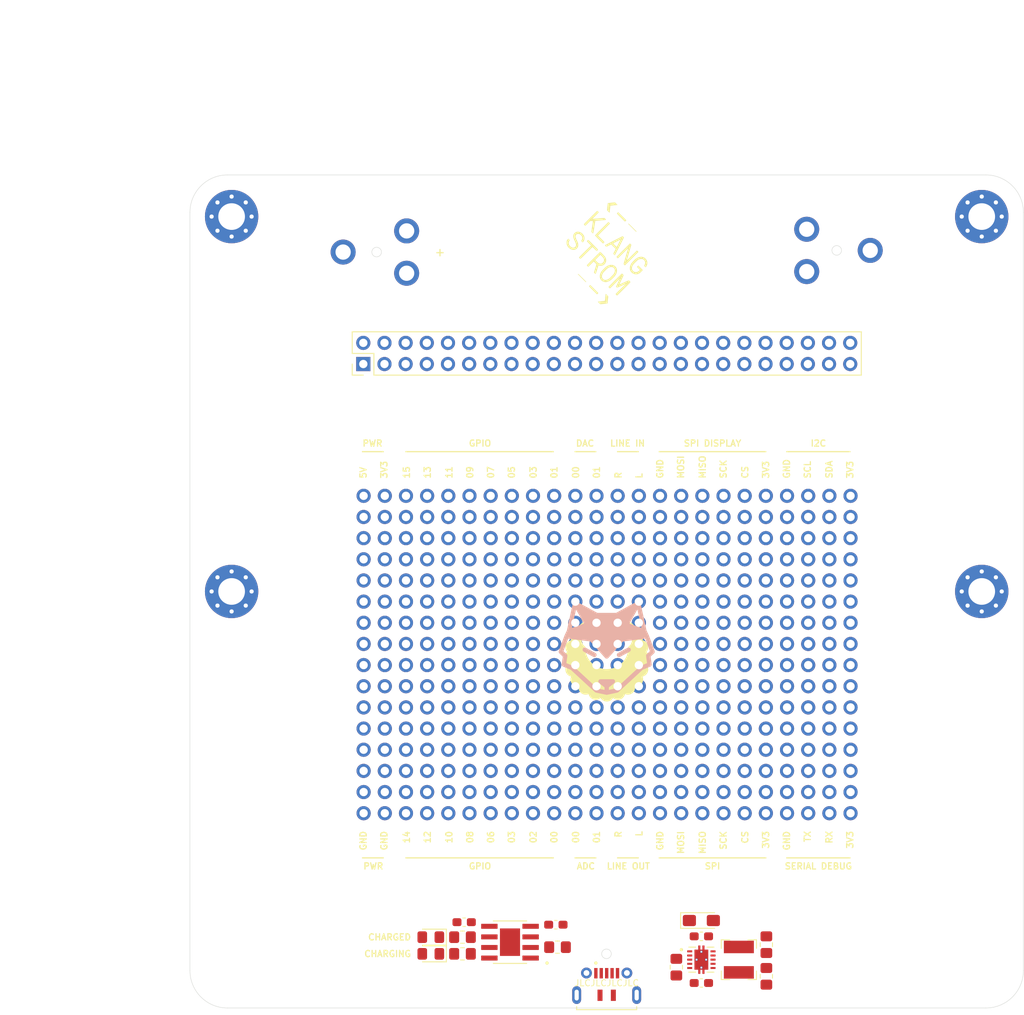
<source format=kicad_pcb>
(kicad_pcb (version 20171130) (host pcbnew "(5.1.8-0-10_14)")
  (title_block (rev 0.1))
  (layers (0 F.Cu signal) (31 B.Cu signal) (34 B.Paste user) (35 F.Paste user) (36 B.SilkS user) (37 F.SilkS user) (38 B.Mask user) (39 F.Mask user) (44 Edge.Cuts user))
  (net 0 "")
  (net 1 GND)
  (net 2 +3V3)
  (net 3 "Net-(D1-Pad1)")
  (net 4 "Net-(D2-Pad1)")
  (net 5 +5V)
  (net 6 "Net-(BT1-Pad1)")
  (net 7 /5V_INPUT+)
  (net 8 "Net-(L1-Pad1)")
  (net 9 "Net-(R1-Pad1)")
  (net 10 "Net-(R2-Pad1)")
  (net 11 "Net-(R3-Pad2)")
  (net 12 "Net-(R4-Pad1)")
  (net 13 "Net-(R5-Pad2)")
  (net 14 /SERIAL_DEBUG_RX)
  (net 15 /SERIAL_DEBUG_TX)
  (net 16 /SPI_USR_CS)
  (net 17 /SPI_USR_SCK)
  (net 18 /SPI_USR_MISO)
  (net 19 /SPI_USR_MOSI)
  (net 20 /LINE_OUT_LEFT)
  (net 21 /LINE_OUT_RIGHT)
  (net 22 /ADC_01)
  (net 23 /ADC_00)
  (net 24 /GPIO_00)
  (net 25 /GPIO_02)
  (net 26 /GPIO_04)
  (net 27 /GPIO_06)
  (net 28 /GPIO_08)
  (net 29 /GPIO_10)
  (net 30 /GPIO_12)
  (net 31 /GPIO_14)
  (net 32 /I2C_USR_SDA)
  (net 33 /I2C_USR_SCL)
  (net 34 /SPI_DISPLAY_CS)
  (net 35 /SPI_DISPLAY_SCK)
  (net 36 /SPI_DISPLAY_MISO)
  (net 37 /SPI_DISPLAY_MOSI)
  (net 38 /LINE_IN_LEFT)
  (net 39 /LINE_IN_RIGHT)
  (net 40 /DAC_01)
  (net 41 /DAC_00)
  (net 42 /GPIO_01)
  (net 43 /GPIO_03)
  (net 44 /GPIO_05)
  (net 45 /GPIO_07)
  (net 46 /GPIO_09)
  (net 47 /GPIO_11)
  (net 48 /GPIO_13)
  (net 49 /GPIO_15)
  (module KLST_GRASS:SHOUHAN_MICROXNJ (layer F.Cu) (at 130 150.2 180)
    (fp_text reference J5)
    (fp_text value USB_B_Micro)
    (pad 1 smd rect (at 1.3 4.375 180) (size 0.4 1.25) (layers F.Cu F.Paste F.Mask) (net 7 /5V_INPUT+))
    (pad 2 smd rect (at 0.65 4.375 180) (size 0.4 1.25) (layers F.Cu F.Paste F.Mask))
    (pad 3 smd rect (at 0 4.375 180) (size 0.4 1.25) (layers F.Cu F.Paste F.Mask))
    (pad 4 smd rect (at -0.65 4.375 180) (size 0.4 1.25) (layers F.Cu F.Paste F.Mask))
    (pad 5 smd rect (at -1.3 4.375 180) (size 0.4 1.25) (layers F.Cu F.Paste F.Mask) (net 1 GND))
    (pad S thru_hole circle (at 2.425 4.4 180) (size 1.3 1.3) (drill 0.7) (layers *.Cu *.Mask) (net 1 GND))
    (pad S thru_hole circle (at -2.425 4.4 180) (size 1.3 1.3) (drill 0.7) (layers *.Cu *.Mask) (net 1 GND))
    (pad S thru_hole oval (at 3.6 1.75 180) (size 1.07 2.14) (drill oval 0.5 1.3) (layers *.Cu *.Mask) (net 1 GND))
    (pad S thru_hole oval (at -3.6 1.75 180) (size 1.07 2.14) (drill oval 0.5 1.3) (layers *.Cu *.Mask) (net 1 GND))
    (pad S smd rect (at 0.8 1.725 180) (size 0.6 1.35) (layers F.Cu F.Paste F.Mask) (net 1 GND))
    (pad S smd rect (at -0.8 1.725 180) (size 0.6 1.35) (layers F.Cu F.Paste F.Mask) (net 1 GND))
  )
  (module Connector_PinHeader_2.54mm:PinHeader_1x24_P2.54mm_Vertical (layer F.Cu) (at 100.84 119 90)
    (fp_text reference J6)
    (fp_text value 03)
    (pad 24 thru_hole oval (at 0 58.42 90) (size 1.7 1.7) (drill 1) (layers *.Cu *.Mask))
    (pad 23 thru_hole oval (at 0 55.88 90) (size 1.7 1.7) (drill 1) (layers *.Cu *.Mask))
    (pad 22 thru_hole oval (at 0 53.34 90) (size 1.7 1.7) (drill 1) (layers *.Cu *.Mask))
    (pad 21 thru_hole oval (at 0 50.8 90) (size 1.7 1.7) (drill 1) (layers *.Cu *.Mask))
    (pad 20 thru_hole oval (at 0 48.26 90) (size 1.7 1.7) (drill 1) (layers *.Cu *.Mask))
    (pad 19 thru_hole oval (at 0 45.72 90) (size 1.7 1.7) (drill 1) (layers *.Cu *.Mask))
    (pad 18 thru_hole oval (at 0 43.18 90) (size 1.7 1.7) (drill 1) (layers *.Cu *.Mask))
    (pad 17 thru_hole oval (at 0 40.64 90) (size 1.7 1.7) (drill 1) (layers *.Cu *.Mask))
    (pad 16 thru_hole oval (at 0 38.1 90) (size 1.7 1.7) (drill 1) (layers *.Cu *.Mask))
    (pad 15 thru_hole oval (at 0 35.56 90) (size 1.7 1.7) (drill 1) (layers *.Cu *.Mask))
    (pad 14 thru_hole oval (at 0 33.02 90) (size 1.7 1.7) (drill 1) (layers *.Cu *.Mask))
    (pad 13 thru_hole oval (at 0 30.48 90) (size 1.7 1.7) (drill 1) (layers *.Cu *.Mask))
    (pad 12 thru_hole oval (at 0 27.94 90) (size 1.7 1.7) (drill 1) (layers *.Cu *.Mask))
    (pad 11 thru_hole oval (at 0 25.4 90) (size 1.7 1.7) (drill 1) (layers *.Cu *.Mask))
    (pad 10 thru_hole oval (at 0 22.86 90) (size 1.7 1.7) (drill 1) (layers *.Cu *.Mask))
    (pad 9 thru_hole oval (at 0 20.32 90) (size 1.7 1.7) (drill 1) (layers *.Cu *.Mask))
    (pad 8 thru_hole oval (at 0 17.78 90) (size 1.7 1.7) (drill 1) (layers *.Cu *.Mask))
    (pad 7 thru_hole oval (at 0 15.24 90) (size 1.7 1.7) (drill 1) (layers *.Cu *.Mask))
    (pad 6 thru_hole oval (at 0 12.7 90) (size 1.7 1.7) (drill 1) (layers *.Cu *.Mask))
    (pad 5 thru_hole oval (at 0 10.16 90) (size 1.7 1.7) (drill 1) (layers *.Cu *.Mask))
    (pad 4 thru_hole oval (at 0 7.62 90) (size 1.7 1.7) (drill 1) (layers *.Cu *.Mask))
    (pad 3 thru_hole oval (at 0 5.08 90) (size 1.7 1.7) (drill 1) (layers *.Cu *.Mask))
    (pad 2 thru_hole oval (at 0 2.54 90) (size 1.7 1.7) (drill 1) (layers *.Cu *.Mask))
    (pad 1 thru_hole oval (at 0 0 90) (size 1.7 1.7) (drill 1) (layers *.Cu *.Mask))
  )
  (module Connector_PinHeader_2.54mm:PinHeader_1x24_P2.54mm_Vertical (layer F.Cu) (at 100.84 121.54 90)
    (fp_text reference J4)
    (fp_text value 02)
    (pad 24 thru_hole oval (at 0 58.42 90) (size 1.7 1.7) (drill 1) (layers *.Cu *.Mask))
    (pad 23 thru_hole oval (at 0 55.88 90) (size 1.7 1.7) (drill 1) (layers *.Cu *.Mask))
    (pad 22 thru_hole oval (at 0 53.34 90) (size 1.7 1.7) (drill 1) (layers *.Cu *.Mask))
    (pad 21 thru_hole oval (at 0 50.8 90) (size 1.7 1.7) (drill 1) (layers *.Cu *.Mask))
    (pad 20 thru_hole oval (at 0 48.26 90) (size 1.7 1.7) (drill 1) (layers *.Cu *.Mask))
    (pad 19 thru_hole oval (at 0 45.72 90) (size 1.7 1.7) (drill 1) (layers *.Cu *.Mask))
    (pad 18 thru_hole oval (at 0 43.18 90) (size 1.7 1.7) (drill 1) (layers *.Cu *.Mask))
    (pad 17 thru_hole oval (at 0 40.64 90) (size 1.7 1.7) (drill 1) (layers *.Cu *.Mask))
    (pad 16 thru_hole oval (at 0 38.1 90) (size 1.7 1.7) (drill 1) (layers *.Cu *.Mask))
    (pad 15 thru_hole oval (at 0 35.56 90) (size 1.7 1.7) (drill 1) (layers *.Cu *.Mask))
    (pad 14 thru_hole oval (at 0 33.02 90) (size 1.7 1.7) (drill 1) (layers *.Cu *.Mask))
    (pad 13 thru_hole oval (at 0 30.48 90) (size 1.7 1.7) (drill 1) (layers *.Cu *.Mask))
    (pad 12 thru_hole oval (at 0 27.94 90) (size 1.7 1.7) (drill 1) (layers *.Cu *.Mask))
    (pad 11 thru_hole oval (at 0 25.4 90) (size 1.7 1.7) (drill 1) (layers *.Cu *.Mask))
    (pad 10 thru_hole oval (at 0 22.86 90) (size 1.7 1.7) (drill 1) (layers *.Cu *.Mask))
    (pad 9 thru_hole oval (at 0 20.32 90) (size 1.7 1.7) (drill 1) (layers *.Cu *.Mask))
    (pad 8 thru_hole oval (at 0 17.78 90) (size 1.7 1.7) (drill 1) (layers *.Cu *.Mask))
    (pad 7 thru_hole oval (at 0 15.24 90) (size 1.7 1.7) (drill 1) (layers *.Cu *.Mask))
    (pad 6 thru_hole oval (at 0 12.7 90) (size 1.7 1.7) (drill 1) (layers *.Cu *.Mask))
    (pad 5 thru_hole oval (at 0 10.16 90) (size 1.7 1.7) (drill 1) (layers *.Cu *.Mask))
    (pad 4 thru_hole oval (at 0 7.62 90) (size 1.7 1.7) (drill 1) (layers *.Cu *.Mask))
    (pad 3 thru_hole oval (at 0 5.08 90) (size 1.7 1.7) (drill 1) (layers *.Cu *.Mask))
    (pad 2 thru_hole oval (at 0 2.54 90) (size 1.7 1.7) (drill 1) (layers *.Cu *.Mask))
    (pad 1 thru_hole oval (at 0 0 90) (size 1.7 1.7) (drill 1) (layers *.Cu *.Mask))
  )
  (module Connector_PinHeader_2.54mm:PinHeader_1x24_P2.54mm_Vertical (layer F.Cu) (at 100.84 124.08 90)
    (fp_text reference J3)
    (fp_text value 01)
    (pad 24 thru_hole oval (at 0 58.42 90) (size 1.7 1.7) (drill 1) (layers *.Cu *.Mask))
    (pad 23 thru_hole oval (at 0 55.88 90) (size 1.7 1.7) (drill 1) (layers *.Cu *.Mask))
    (pad 22 thru_hole oval (at 0 53.34 90) (size 1.7 1.7) (drill 1) (layers *.Cu *.Mask))
    (pad 21 thru_hole oval (at 0 50.8 90) (size 1.7 1.7) (drill 1) (layers *.Cu *.Mask))
    (pad 20 thru_hole oval (at 0 48.26 90) (size 1.7 1.7) (drill 1) (layers *.Cu *.Mask))
    (pad 19 thru_hole oval (at 0 45.72 90) (size 1.7 1.7) (drill 1) (layers *.Cu *.Mask))
    (pad 18 thru_hole oval (at 0 43.18 90) (size 1.7 1.7) (drill 1) (layers *.Cu *.Mask))
    (pad 17 thru_hole oval (at 0 40.64 90) (size 1.7 1.7) (drill 1) (layers *.Cu *.Mask))
    (pad 16 thru_hole oval (at 0 38.1 90) (size 1.7 1.7) (drill 1) (layers *.Cu *.Mask))
    (pad 15 thru_hole oval (at 0 35.56 90) (size 1.7 1.7) (drill 1) (layers *.Cu *.Mask))
    (pad 14 thru_hole oval (at 0 33.02 90) (size 1.7 1.7) (drill 1) (layers *.Cu *.Mask))
    (pad 13 thru_hole oval (at 0 30.48 90) (size 1.7 1.7) (drill 1) (layers *.Cu *.Mask))
    (pad 12 thru_hole oval (at 0 27.94 90) (size 1.7 1.7) (drill 1) (layers *.Cu *.Mask))
    (pad 11 thru_hole oval (at 0 25.4 90) (size 1.7 1.7) (drill 1) (layers *.Cu *.Mask))
    (pad 10 thru_hole oval (at 0 22.86 90) (size 1.7 1.7) (drill 1) (layers *.Cu *.Mask))
    (pad 9 thru_hole oval (at 0 20.32 90) (size 1.7 1.7) (drill 1) (layers *.Cu *.Mask))
    (pad 8 thru_hole oval (at 0 17.78 90) (size 1.7 1.7) (drill 1) (layers *.Cu *.Mask))
    (pad 7 thru_hole oval (at 0 15.24 90) (size 1.7 1.7) (drill 1) (layers *.Cu *.Mask))
    (pad 6 thru_hole oval (at 0 12.7 90) (size 1.7 1.7) (drill 1) (layers *.Cu *.Mask))
    (pad 5 thru_hole oval (at 0 10.16 90) (size 1.7 1.7) (drill 1) (layers *.Cu *.Mask))
    (pad 4 thru_hole oval (at 0 7.62 90) (size 1.7 1.7) (drill 1) (layers *.Cu *.Mask))
    (pad 3 thru_hole oval (at 0 5.08 90) (size 1.7 1.7) (drill 1) (layers *.Cu *.Mask))
    (pad 2 thru_hole oval (at 0 2.54 90) (size 1.7 1.7) (drill 1) (layers *.Cu *.Mask))
    (pad 1 thru_hole oval (at 0 0 90) (size 1.7 1.7) (drill 1) (layers *.Cu *.Mask))
  )
  (module Connector_PinHeader_2.54mm:PinHeader_1x24_P2.54mm_Vertical (layer F.Cu) (at 100.84 126.62 90)
    (fp_text reference J1)
    (fp_text value 00)
    (pad 24 thru_hole oval (at 0 58.42 90) (size 1.7 1.7) (drill 1) (layers *.Cu *.Mask) (net 2 +3V3))
    (pad 23 thru_hole oval (at 0 55.88 90) (size 1.7 1.7) (drill 1) (layers *.Cu *.Mask) (net 14 /SERIAL_DEBUG_RX))
    (pad 22 thru_hole oval (at 0 53.34 90) (size 1.7 1.7) (drill 1) (layers *.Cu *.Mask) (net 15 /SERIAL_DEBUG_TX))
    (pad 21 thru_hole oval (at 0 50.8 90) (size 1.7 1.7) (drill 1) (layers *.Cu *.Mask) (net 1 GND))
    (pad 20 thru_hole oval (at 0 48.26 90) (size 1.7 1.7) (drill 1) (layers *.Cu *.Mask) (net 2 +3V3))
    (pad 19 thru_hole oval (at 0 45.72 90) (size 1.7 1.7) (drill 1) (layers *.Cu *.Mask) (net 16 /SPI_USR_CS))
    (pad 18 thru_hole oval (at 0 43.18 90) (size 1.7 1.7) (drill 1) (layers *.Cu *.Mask) (net 17 /SPI_USR_SCK))
    (pad 17 thru_hole oval (at 0 40.64 90) (size 1.7 1.7) (drill 1) (layers *.Cu *.Mask) (net 18 /SPI_USR_MISO))
    (pad 16 thru_hole oval (at 0 38.1 90) (size 1.7 1.7) (drill 1) (layers *.Cu *.Mask) (net 19 /SPI_USR_MOSI))
    (pad 15 thru_hole oval (at 0 35.56 90) (size 1.7 1.7) (drill 1) (layers *.Cu *.Mask) (net 1 GND))
    (pad 14 thru_hole oval (at 0 33.02 90) (size 1.7 1.7) (drill 1) (layers *.Cu *.Mask) (net 20 /LINE_OUT_LEFT))
    (pad 13 thru_hole oval (at 0 30.48 90) (size 1.7 1.7) (drill 1) (layers *.Cu *.Mask) (net 21 /LINE_OUT_RIGHT))
    (pad 12 thru_hole oval (at 0 27.94 90) (size 1.7 1.7) (drill 1) (layers *.Cu *.Mask) (net 22 /ADC_01))
    (pad 11 thru_hole oval (at 0 25.4 90) (size 1.7 1.7) (drill 1) (layers *.Cu *.Mask) (net 23 /ADC_00))
    (pad 10 thru_hole oval (at 0 22.86 90) (size 1.7 1.7) (drill 1) (layers *.Cu *.Mask) (net 24 /GPIO_00))
    (pad 9 thru_hole oval (at 0 20.32 90) (size 1.7 1.7) (drill 1) (layers *.Cu *.Mask) (net 25 /GPIO_02))
    (pad 8 thru_hole oval (at 0 17.78 90) (size 1.7 1.7) (drill 1) (layers *.Cu *.Mask) (net 26 /GPIO_04))
    (pad 7 thru_hole oval (at 0 15.24 90) (size 1.7 1.7) (drill 1) (layers *.Cu *.Mask) (net 27 /GPIO_06))
    (pad 6 thru_hole oval (at 0 12.7 90) (size 1.7 1.7) (drill 1) (layers *.Cu *.Mask) (net 28 /GPIO_08))
    (pad 5 thru_hole oval (at 0 10.16 90) (size 1.7 1.7) (drill 1) (layers *.Cu *.Mask) (net 29 /GPIO_10))
    (pad 4 thru_hole oval (at 0 7.62 90) (size 1.7 1.7) (drill 1) (layers *.Cu *.Mask) (net 30 /GPIO_12))
    (pad 3 thru_hole oval (at 0 5.08 90) (size 1.7 1.7) (drill 1) (layers *.Cu *.Mask) (net 31 /GPIO_14))
    (pad 2 thru_hole oval (at 0 2.54 90) (size 1.7 1.7) (drill 1) (layers *.Cu *.Mask) (net 1 GND))
    (pad 1 thru_hole oval (at 0 0 90) (size 1.7 1.7) (drill 1) (layers *.Cu *.Mask) (net 1 GND))
  )
  (module Connector_PinHeader_2.54mm:PinHeader_1x24_P2.54mm_Vertical (layer F.Cu) (at 100.84 116.46 90)
    (fp_text reference J7)
    (fp_text value 04)
    (pad 24 thru_hole oval (at 0 58.42 90) (size 1.7 1.7) (drill 1) (layers *.Cu *.Mask))
    (pad 23 thru_hole oval (at 0 55.88 90) (size 1.7 1.7) (drill 1) (layers *.Cu *.Mask))
    (pad 22 thru_hole oval (at 0 53.34 90) (size 1.7 1.7) (drill 1) (layers *.Cu *.Mask))
    (pad 21 thru_hole oval (at 0 50.8 90) (size 1.7 1.7) (drill 1) (layers *.Cu *.Mask))
    (pad 20 thru_hole oval (at 0 48.26 90) (size 1.7 1.7) (drill 1) (layers *.Cu *.Mask))
    (pad 19 thru_hole oval (at 0 45.72 90) (size 1.7 1.7) (drill 1) (layers *.Cu *.Mask))
    (pad 18 thru_hole oval (at 0 43.18 90) (size 1.7 1.7) (drill 1) (layers *.Cu *.Mask))
    (pad 17 thru_hole oval (at 0 40.64 90) (size 1.7 1.7) (drill 1) (layers *.Cu *.Mask))
    (pad 16 thru_hole oval (at 0 38.1 90) (size 1.7 1.7) (drill 1) (layers *.Cu *.Mask))
    (pad 15 thru_hole oval (at 0 35.56 90) (size 1.7 1.7) (drill 1) (layers *.Cu *.Mask))
    (pad 14 thru_hole oval (at 0 33.02 90) (size 1.7 1.7) (drill 1) (layers *.Cu *.Mask))
    (pad 13 thru_hole oval (at 0 30.48 90) (size 1.7 1.7) (drill 1) (layers *.Cu *.Mask))
    (pad 12 thru_hole oval (at 0 27.94 90) (size 1.7 1.7) (drill 1) (layers *.Cu *.Mask))
    (pad 11 thru_hole oval (at 0 25.4 90) (size 1.7 1.7) (drill 1) (layers *.Cu *.Mask))
    (pad 10 thru_hole oval (at 0 22.86 90) (size 1.7 1.7) (drill 1) (layers *.Cu *.Mask))
    (pad 9 thru_hole oval (at 0 20.32 90) (size 1.7 1.7) (drill 1) (layers *.Cu *.Mask))
    (pad 8 thru_hole oval (at 0 17.78 90) (size 1.7 1.7) (drill 1) (layers *.Cu *.Mask))
    (pad 7 thru_hole oval (at 0 15.24 90) (size 1.7 1.7) (drill 1) (layers *.Cu *.Mask))
    (pad 6 thru_hole oval (at 0 12.7 90) (size 1.7 1.7) (drill 1) (layers *.Cu *.Mask))
    (pad 5 thru_hole oval (at 0 10.16 90) (size 1.7 1.7) (drill 1) (layers *.Cu *.Mask))
    (pad 4 thru_hole oval (at 0 7.62 90) (size 1.7 1.7) (drill 1) (layers *.Cu *.Mask))
    (pad 3 thru_hole oval (at 0 5.08 90) (size 1.7 1.7) (drill 1) (layers *.Cu *.Mask))
    (pad 2 thru_hole oval (at 0 2.54 90) (size 1.7 1.7) (drill 1) (layers *.Cu *.Mask))
    (pad 1 thru_hole oval (at 0 0 90) (size 1.7 1.7) (drill 1) (layers *.Cu *.Mask))
  )
  (module Connector_PinHeader_2.54mm:PinHeader_1x24_P2.54mm_Vertical (layer F.Cu) (at 100.84 113.92 90)
    (fp_text reference J8)
    (fp_text value 05)
    (pad 24 thru_hole oval (at 0 58.42 90) (size 1.7 1.7) (drill 1) (layers *.Cu *.Mask))
    (pad 23 thru_hole oval (at 0 55.88 90) (size 1.7 1.7) (drill 1) (layers *.Cu *.Mask))
    (pad 22 thru_hole oval (at 0 53.34 90) (size 1.7 1.7) (drill 1) (layers *.Cu *.Mask))
    (pad 21 thru_hole oval (at 0 50.8 90) (size 1.7 1.7) (drill 1) (layers *.Cu *.Mask))
    (pad 20 thru_hole oval (at 0 48.26 90) (size 1.7 1.7) (drill 1) (layers *.Cu *.Mask))
    (pad 19 thru_hole oval (at 0 45.72 90) (size 1.7 1.7) (drill 1) (layers *.Cu *.Mask))
    (pad 18 thru_hole oval (at 0 43.18 90) (size 1.7 1.7) (drill 1) (layers *.Cu *.Mask))
    (pad 17 thru_hole oval (at 0 40.64 90) (size 1.7 1.7) (drill 1) (layers *.Cu *.Mask))
    (pad 16 thru_hole oval (at 0 38.1 90) (size 1.7 1.7) (drill 1) (layers *.Cu *.Mask))
    (pad 15 thru_hole oval (at 0 35.56 90) (size 1.7 1.7) (drill 1) (layers *.Cu *.Mask))
    (pad 14 thru_hole oval (at 0 33.02 90) (size 1.7 1.7) (drill 1) (layers *.Cu *.Mask))
    (pad 13 thru_hole oval (at 0 30.48 90) (size 1.7 1.7) (drill 1) (layers *.Cu *.Mask))
    (pad 12 thru_hole oval (at 0 27.94 90) (size 1.7 1.7) (drill 1) (layers *.Cu *.Mask))
    (pad 11 thru_hole oval (at 0 25.4 90) (size 1.7 1.7) (drill 1) (layers *.Cu *.Mask))
    (pad 10 thru_hole oval (at 0 22.86 90) (size 1.7 1.7) (drill 1) (layers *.Cu *.Mask))
    (pad 9 thru_hole oval (at 0 20.32 90) (size 1.7 1.7) (drill 1) (layers *.Cu *.Mask))
    (pad 8 thru_hole oval (at 0 17.78 90) (size 1.7 1.7) (drill 1) (layers *.Cu *.Mask))
    (pad 7 thru_hole oval (at 0 15.24 90) (size 1.7 1.7) (drill 1) (layers *.Cu *.Mask))
    (pad 6 thru_hole oval (at 0 12.7 90) (size 1.7 1.7) (drill 1) (layers *.Cu *.Mask))
    (pad 5 thru_hole oval (at 0 10.16 90) (size 1.7 1.7) (drill 1) (layers *.Cu *.Mask))
    (pad 4 thru_hole oval (at 0 7.62 90) (size 1.7 1.7) (drill 1) (layers *.Cu *.Mask))
    (pad 3 thru_hole oval (at 0 5.08 90) (size 1.7 1.7) (drill 1) (layers *.Cu *.Mask))
    (pad 2 thru_hole oval (at 0 2.54 90) (size 1.7 1.7) (drill 1) (layers *.Cu *.Mask))
    (pad 1 thru_hole oval (at 0 0 90) (size 1.7 1.7) (drill 1) (layers *.Cu *.Mask))
  )
  (module Connector_PinHeader_2.54mm:PinHeader_1x24_P2.54mm_Vertical (layer F.Cu) (at 100.84 111.38 90)
    (fp_text reference J9)
    (fp_text value 06)
    (pad 24 thru_hole oval (at 0 58.42 90) (size 1.7 1.7) (drill 1) (layers *.Cu *.Mask))
    (pad 23 thru_hole oval (at 0 55.88 90) (size 1.7 1.7) (drill 1) (layers *.Cu *.Mask))
    (pad 22 thru_hole oval (at 0 53.34 90) (size 1.7 1.7) (drill 1) (layers *.Cu *.Mask))
    (pad 21 thru_hole oval (at 0 50.8 90) (size 1.7 1.7) (drill 1) (layers *.Cu *.Mask))
    (pad 20 thru_hole oval (at 0 48.26 90) (size 1.7 1.7) (drill 1) (layers *.Cu *.Mask))
    (pad 19 thru_hole oval (at 0 45.72 90) (size 1.7 1.7) (drill 1) (layers *.Cu *.Mask))
    (pad 18 thru_hole oval (at 0 43.18 90) (size 1.7 1.7) (drill 1) (layers *.Cu *.Mask))
    (pad 17 thru_hole oval (at 0 40.64 90) (size 1.7 1.7) (drill 1) (layers *.Cu *.Mask))
    (pad 16 thru_hole oval (at 0 38.1 90) (size 1.7 1.7) (drill 1) (layers *.Cu *.Mask))
    (pad 15 thru_hole oval (at 0 35.56 90) (size 1.7 1.7) (drill 1) (layers *.Cu *.Mask))
    (pad 14 thru_hole oval (at 0 33.02 90) (size 1.7 1.7) (drill 1) (layers *.Cu *.Mask))
    (pad 13 thru_hole oval (at 0 30.48 90) (size 1.7 1.7) (drill 1) (layers *.Cu *.Mask))
    (pad 12 thru_hole oval (at 0 27.94 90) (size 1.7 1.7) (drill 1) (layers *.Cu *.Mask))
    (pad 11 thru_hole oval (at 0 25.4 90) (size 1.7 1.7) (drill 1) (layers *.Cu *.Mask))
    (pad 10 thru_hole oval (at 0 22.86 90) (size 1.7 1.7) (drill 1) (layers *.Cu *.Mask))
    (pad 9 thru_hole oval (at 0 20.32 90) (size 1.7 1.7) (drill 1) (layers *.Cu *.Mask))
    (pad 8 thru_hole oval (at 0 17.78 90) (size 1.7 1.7) (drill 1) (layers *.Cu *.Mask))
    (pad 7 thru_hole oval (at 0 15.24 90) (size 1.7 1.7) (drill 1) (layers *.Cu *.Mask))
    (pad 6 thru_hole oval (at 0 12.7 90) (size 1.7 1.7) (drill 1) (layers *.Cu *.Mask))
    (pad 5 thru_hole oval (at 0 10.16 90) (size 1.7 1.7) (drill 1) (layers *.Cu *.Mask))
    (pad 4 thru_hole oval (at 0 7.62 90) (size 1.7 1.7) (drill 1) (layers *.Cu *.Mask))
    (pad 3 thru_hole oval (at 0 5.08 90) (size 1.7 1.7) (drill 1) (layers *.Cu *.Mask))
    (pad 2 thru_hole oval (at 0 2.54 90) (size 1.7 1.7) (drill 1) (layers *.Cu *.Mask))
    (pad 1 thru_hole oval (at 0 0 90) (size 1.7 1.7) (drill 1) (layers *.Cu *.Mask))
  )
  (module Connector_PinHeader_2.54mm:PinHeader_1x24_P2.54mm_Vertical (layer F.Cu) (at 100.84 108.84 90)
    (fp_text reference J10)
    (fp_text value 07)
    (pad 24 thru_hole oval (at 0 58.42 90) (size 1.7 1.7) (drill 1) (layers *.Cu *.Mask))
    (pad 23 thru_hole oval (at 0 55.88 90) (size 1.7 1.7) (drill 1) (layers *.Cu *.Mask))
    (pad 22 thru_hole oval (at 0 53.34 90) (size 1.7 1.7) (drill 1) (layers *.Cu *.Mask))
    (pad 21 thru_hole oval (at 0 50.8 90) (size 1.7 1.7) (drill 1) (layers *.Cu *.Mask))
    (pad 20 thru_hole oval (at 0 48.26 90) (size 1.7 1.7) (drill 1) (layers *.Cu *.Mask))
    (pad 19 thru_hole oval (at 0 45.72 90) (size 1.7 1.7) (drill 1) (layers *.Cu *.Mask))
    (pad 18 thru_hole oval (at 0 43.18 90) (size 1.7 1.7) (drill 1) (layers *.Cu *.Mask))
    (pad 17 thru_hole oval (at 0 40.64 90) (size 1.7 1.7) (drill 1) (layers *.Cu *.Mask))
    (pad 16 thru_hole oval (at 0 38.1 90) (size 1.7 1.7) (drill 1) (layers *.Cu *.Mask))
    (pad 15 thru_hole oval (at 0 35.56 90) (size 1.7 1.7) (drill 1) (layers *.Cu *.Mask))
    (pad 14 thru_hole oval (at 0 33.02 90) (size 1.7 1.7) (drill 1) (layers *.Cu *.Mask))
    (pad 13 thru_hole oval (at 0 30.48 90) (size 1.7 1.7) (drill 1) (layers *.Cu *.Mask))
    (pad 12 thru_hole oval (at 0 27.94 90) (size 1.7 1.7) (drill 1) (layers *.Cu *.Mask))
    (pad 11 thru_hole oval (at 0 25.4 90) (size 1.7 1.7) (drill 1) (layers *.Cu *.Mask))
    (pad 10 thru_hole oval (at 0 22.86 90) (size 1.7 1.7) (drill 1) (layers *.Cu *.Mask))
    (pad 9 thru_hole oval (at 0 20.32 90) (size 1.7 1.7) (drill 1) (layers *.Cu *.Mask))
    (pad 8 thru_hole oval (at 0 17.78 90) (size 1.7 1.7) (drill 1) (layers *.Cu *.Mask))
    (pad 7 thru_hole oval (at 0 15.24 90) (size 1.7 1.7) (drill 1) (layers *.Cu *.Mask))
    (pad 6 thru_hole oval (at 0 12.7 90) (size 1.7 1.7) (drill 1) (layers *.Cu *.Mask))
    (pad 5 thru_hole oval (at 0 10.16 90) (size 1.7 1.7) (drill 1) (layers *.Cu *.Mask))
    (pad 4 thru_hole oval (at 0 7.62 90) (size 1.7 1.7) (drill 1) (layers *.Cu *.Mask))
    (pad 3 thru_hole oval (at 0 5.08 90) (size 1.7 1.7) (drill 1) (layers *.Cu *.Mask))
    (pad 2 thru_hole oval (at 0 2.54 90) (size 1.7 1.7) (drill 1) (layers *.Cu *.Mask))
    (pad 1 thru_hole oval (at 0 0 90) (size 1.7 1.7) (drill 1) (layers *.Cu *.Mask))
  )
  (module Connector_PinHeader_2.54mm:PinHeader_1x24_P2.54mm_Vertical (layer F.Cu) (at 100.84 106.3 90)
    (fp_text reference J11)
    (fp_text value 08)
    (pad 24 thru_hole oval (at 0 58.42 90) (size 1.7 1.7) (drill 1) (layers *.Cu *.Mask))
    (pad 23 thru_hole oval (at 0 55.88 90) (size 1.7 1.7) (drill 1) (layers *.Cu *.Mask))
    (pad 22 thru_hole oval (at 0 53.34 90) (size 1.7 1.7) (drill 1) (layers *.Cu *.Mask))
    (pad 21 thru_hole oval (at 0 50.8 90) (size 1.7 1.7) (drill 1) (layers *.Cu *.Mask))
    (pad 20 thru_hole oval (at 0 48.26 90) (size 1.7 1.7) (drill 1) (layers *.Cu *.Mask))
    (pad 19 thru_hole oval (at 0 45.72 90) (size 1.7 1.7) (drill 1) (layers *.Cu *.Mask))
    (pad 18 thru_hole oval (at 0 43.18 90) (size 1.7 1.7) (drill 1) (layers *.Cu *.Mask))
    (pad 17 thru_hole oval (at 0 40.64 90) (size 1.7 1.7) (drill 1) (layers *.Cu *.Mask))
    (pad 16 thru_hole oval (at 0 38.1 90) (size 1.7 1.7) (drill 1) (layers *.Cu *.Mask))
    (pad 15 thru_hole oval (at 0 35.56 90) (size 1.7 1.7) (drill 1) (layers *.Cu *.Mask))
    (pad 14 thru_hole oval (at 0 33.02 90) (size 1.7 1.7) (drill 1) (layers *.Cu *.Mask))
    (pad 13 thru_hole oval (at 0 30.48 90) (size 1.7 1.7) (drill 1) (layers *.Cu *.Mask))
    (pad 12 thru_hole oval (at 0 27.94 90) (size 1.7 1.7) (drill 1) (layers *.Cu *.Mask))
    (pad 11 thru_hole oval (at 0 25.4 90) (size 1.7 1.7) (drill 1) (layers *.Cu *.Mask))
    (pad 10 thru_hole oval (at 0 22.86 90) (size 1.7 1.7) (drill 1) (layers *.Cu *.Mask))
    (pad 9 thru_hole oval (at 0 20.32 90) (size 1.7 1.7) (drill 1) (layers *.Cu *.Mask))
    (pad 8 thru_hole oval (at 0 17.78 90) (size 1.7 1.7) (drill 1) (layers *.Cu *.Mask))
    (pad 7 thru_hole oval (at 0 15.24 90) (size 1.7 1.7) (drill 1) (layers *.Cu *.Mask))
    (pad 6 thru_hole oval (at 0 12.7 90) (size 1.7 1.7) (drill 1) (layers *.Cu *.Mask))
    (pad 5 thru_hole oval (at 0 10.16 90) (size 1.7 1.7) (drill 1) (layers *.Cu *.Mask))
    (pad 4 thru_hole oval (at 0 7.62 90) (size 1.7 1.7) (drill 1) (layers *.Cu *.Mask))
    (pad 3 thru_hole oval (at 0 5.08 90) (size 1.7 1.7) (drill 1) (layers *.Cu *.Mask))
    (pad 2 thru_hole oval (at 0 2.54 90) (size 1.7 1.7) (drill 1) (layers *.Cu *.Mask))
    (pad 1 thru_hole oval (at 0 0 90) (size 1.7 1.7) (drill 1) (layers *.Cu *.Mask))
  )
  (module Connector_PinHeader_2.54mm:PinHeader_1x24_P2.54mm_Vertical (layer F.Cu) (at 100.84 101.22 90)
    (fp_text reference J13)
    (fp_text value 10)
    (pad 24 thru_hole oval (at 0 58.42 90) (size 1.7 1.7) (drill 1) (layers *.Cu *.Mask))
    (pad 23 thru_hole oval (at 0 55.88 90) (size 1.7 1.7) (drill 1) (layers *.Cu *.Mask))
    (pad 22 thru_hole oval (at 0 53.34 90) (size 1.7 1.7) (drill 1) (layers *.Cu *.Mask))
    (pad 21 thru_hole oval (at 0 50.8 90) (size 1.7 1.7) (drill 1) (layers *.Cu *.Mask))
    (pad 20 thru_hole oval (at 0 48.26 90) (size 1.7 1.7) (drill 1) (layers *.Cu *.Mask))
    (pad 19 thru_hole oval (at 0 45.72 90) (size 1.7 1.7) (drill 1) (layers *.Cu *.Mask))
    (pad 18 thru_hole oval (at 0 43.18 90) (size 1.7 1.7) (drill 1) (layers *.Cu *.Mask))
    (pad 17 thru_hole oval (at 0 40.64 90) (size 1.7 1.7) (drill 1) (layers *.Cu *.Mask))
    (pad 16 thru_hole oval (at 0 38.1 90) (size 1.7 1.7) (drill 1) (layers *.Cu *.Mask))
    (pad 15 thru_hole oval (at 0 35.56 90) (size 1.7 1.7) (drill 1) (layers *.Cu *.Mask))
    (pad 14 thru_hole oval (at 0 33.02 90) (size 1.7 1.7) (drill 1) (layers *.Cu *.Mask))
    (pad 13 thru_hole oval (at 0 30.48 90) (size 1.7 1.7) (drill 1) (layers *.Cu *.Mask))
    (pad 12 thru_hole oval (at 0 27.94 90) (size 1.7 1.7) (drill 1) (layers *.Cu *.Mask))
    (pad 11 thru_hole oval (at 0 25.4 90) (size 1.7 1.7) (drill 1) (layers *.Cu *.Mask))
    (pad 10 thru_hole oval (at 0 22.86 90) (size 1.7 1.7) (drill 1) (layers *.Cu *.Mask))
    (pad 9 thru_hole oval (at 0 20.32 90) (size 1.7 1.7) (drill 1) (layers *.Cu *.Mask))
    (pad 8 thru_hole oval (at 0 17.78 90) (size 1.7 1.7) (drill 1) (layers *.Cu *.Mask))
    (pad 7 thru_hole oval (at 0 15.24 90) (size 1.7 1.7) (drill 1) (layers *.Cu *.Mask))
    (pad 6 thru_hole oval (at 0 12.7 90) (size 1.7 1.7) (drill 1) (layers *.Cu *.Mask))
    (pad 5 thru_hole oval (at 0 10.16 90) (size 1.7 1.7) (drill 1) (layers *.Cu *.Mask))
    (pad 4 thru_hole oval (at 0 7.62 90) (size 1.7 1.7) (drill 1) (layers *.Cu *.Mask))
    (pad 3 thru_hole oval (at 0 5.08 90) (size 1.7 1.7) (drill 1) (layers *.Cu *.Mask))
    (pad 2 thru_hole oval (at 0 2.54 90) (size 1.7 1.7) (drill 1) (layers *.Cu *.Mask))
    (pad 1 thru_hole oval (at 0 0 90) (size 1.7 1.7) (drill 1) (layers *.Cu *.Mask))
  )
  (module Connector_PinHeader_2.54mm:PinHeader_1x24_P2.54mm_Vertical (layer F.Cu) (at 100.84 103.76 90)
    (fp_text reference J12)
    (fp_text value 09)
    (pad 24 thru_hole oval (at 0 58.42 90) (size 1.7 1.7) (drill 1) (layers *.Cu *.Mask))
    (pad 23 thru_hole oval (at 0 55.88 90) (size 1.7 1.7) (drill 1) (layers *.Cu *.Mask))
    (pad 22 thru_hole oval (at 0 53.34 90) (size 1.7 1.7) (drill 1) (layers *.Cu *.Mask))
    (pad 21 thru_hole oval (at 0 50.8 90) (size 1.7 1.7) (drill 1) (layers *.Cu *.Mask))
    (pad 20 thru_hole oval (at 0 48.26 90) (size 1.7 1.7) (drill 1) (layers *.Cu *.Mask))
    (pad 19 thru_hole oval (at 0 45.72 90) (size 1.7 1.7) (drill 1) (layers *.Cu *.Mask))
    (pad 18 thru_hole oval (at 0 43.18 90) (size 1.7 1.7) (drill 1) (layers *.Cu *.Mask))
    (pad 17 thru_hole oval (at 0 40.64 90) (size 1.7 1.7) (drill 1) (layers *.Cu *.Mask))
    (pad 16 thru_hole oval (at 0 38.1 90) (size 1.7 1.7) (drill 1) (layers *.Cu *.Mask))
    (pad 15 thru_hole oval (at 0 35.56 90) (size 1.7 1.7) (drill 1) (layers *.Cu *.Mask))
    (pad 14 thru_hole oval (at 0 33.02 90) (size 1.7 1.7) (drill 1) (layers *.Cu *.Mask))
    (pad 13 thru_hole oval (at 0 30.48 90) (size 1.7 1.7) (drill 1) (layers *.Cu *.Mask))
    (pad 12 thru_hole oval (at 0 27.94 90) (size 1.7 1.7) (drill 1) (layers *.Cu *.Mask))
    (pad 11 thru_hole oval (at 0 25.4 90) (size 1.7 1.7) (drill 1) (layers *.Cu *.Mask))
    (pad 10 thru_hole oval (at 0 22.86 90) (size 1.7 1.7) (drill 1) (layers *.Cu *.Mask))
    (pad 9 thru_hole oval (at 0 20.32 90) (size 1.7 1.7) (drill 1) (layers *.Cu *.Mask))
    (pad 8 thru_hole oval (at 0 17.78 90) (size 1.7 1.7) (drill 1) (layers *.Cu *.Mask))
    (pad 7 thru_hole oval (at 0 15.24 90) (size 1.7 1.7) (drill 1) (layers *.Cu *.Mask))
    (pad 6 thru_hole oval (at 0 12.7 90) (size 1.7 1.7) (drill 1) (layers *.Cu *.Mask))
    (pad 5 thru_hole oval (at 0 10.16 90) (size 1.7 1.7) (drill 1) (layers *.Cu *.Mask))
    (pad 4 thru_hole oval (at 0 7.62 90) (size 1.7 1.7) (drill 1) (layers *.Cu *.Mask))
    (pad 3 thru_hole oval (at 0 5.08 90) (size 1.7 1.7) (drill 1) (layers *.Cu *.Mask))
    (pad 2 thru_hole oval (at 0 2.54 90) (size 1.7 1.7) (drill 1) (layers *.Cu *.Mask))
    (pad 1 thru_hole oval (at 0 0 90) (size 1.7 1.7) (drill 1) (layers *.Cu *.Mask))
  )
  (module Connector_PinHeader_2.54mm:PinHeader_1x24_P2.54mm_Vertical (layer F.Cu) (at 100.84 98.68 90)
    (fp_text reference J14)
    (fp_text value 11)
    (pad 24 thru_hole oval (at 0 58.42 90) (size 1.7 1.7) (drill 1) (layers *.Cu *.Mask))
    (pad 23 thru_hole oval (at 0 55.88 90) (size 1.7 1.7) (drill 1) (layers *.Cu *.Mask))
    (pad 22 thru_hole oval (at 0 53.34 90) (size 1.7 1.7) (drill 1) (layers *.Cu *.Mask))
    (pad 21 thru_hole oval (at 0 50.8 90) (size 1.7 1.7) (drill 1) (layers *.Cu *.Mask))
    (pad 20 thru_hole oval (at 0 48.26 90) (size 1.7 1.7) (drill 1) (layers *.Cu *.Mask))
    (pad 19 thru_hole oval (at 0 45.72 90) (size 1.7 1.7) (drill 1) (layers *.Cu *.Mask))
    (pad 18 thru_hole oval (at 0 43.18 90) (size 1.7 1.7) (drill 1) (layers *.Cu *.Mask))
    (pad 17 thru_hole oval (at 0 40.64 90) (size 1.7 1.7) (drill 1) (layers *.Cu *.Mask))
    (pad 16 thru_hole oval (at 0 38.1 90) (size 1.7 1.7) (drill 1) (layers *.Cu *.Mask))
    (pad 15 thru_hole oval (at 0 35.56 90) (size 1.7 1.7) (drill 1) (layers *.Cu *.Mask))
    (pad 14 thru_hole oval (at 0 33.02 90) (size 1.7 1.7) (drill 1) (layers *.Cu *.Mask))
    (pad 13 thru_hole oval (at 0 30.48 90) (size 1.7 1.7) (drill 1) (layers *.Cu *.Mask))
    (pad 12 thru_hole oval (at 0 27.94 90) (size 1.7 1.7) (drill 1) (layers *.Cu *.Mask))
    (pad 11 thru_hole oval (at 0 25.4 90) (size 1.7 1.7) (drill 1) (layers *.Cu *.Mask))
    (pad 10 thru_hole oval (at 0 22.86 90) (size 1.7 1.7) (drill 1) (layers *.Cu *.Mask))
    (pad 9 thru_hole oval (at 0 20.32 90) (size 1.7 1.7) (drill 1) (layers *.Cu *.Mask))
    (pad 8 thru_hole oval (at 0 17.78 90) (size 1.7 1.7) (drill 1) (layers *.Cu *.Mask))
    (pad 7 thru_hole oval (at 0 15.24 90) (size 1.7 1.7) (drill 1) (layers *.Cu *.Mask))
    (pad 6 thru_hole oval (at 0 12.7 90) (size 1.7 1.7) (drill 1) (layers *.Cu *.Mask))
    (pad 5 thru_hole oval (at 0 10.16 90) (size 1.7 1.7) (drill 1) (layers *.Cu *.Mask))
    (pad 4 thru_hole oval (at 0 7.62 90) (size 1.7 1.7) (drill 1) (layers *.Cu *.Mask))
    (pad 3 thru_hole oval (at 0 5.08 90) (size 1.7 1.7) (drill 1) (layers *.Cu *.Mask))
    (pad 2 thru_hole oval (at 0 2.54 90) (size 1.7 1.7) (drill 1) (layers *.Cu *.Mask))
    (pad 1 thru_hole oval (at 0 0 90) (size 1.7 1.7) (drill 1) (layers *.Cu *.Mask))
  )
  (module Connector_PinHeader_2.54mm:PinHeader_1x24_P2.54mm_Vertical (layer F.Cu) (at 100.84 96.14 90)
    (fp_text reference J15)
    (fp_text value 12)
    (pad 24 thru_hole oval (at 0 58.42 90) (size 1.7 1.7) (drill 1) (layers *.Cu *.Mask))
    (pad 23 thru_hole oval (at 0 55.88 90) (size 1.7 1.7) (drill 1) (layers *.Cu *.Mask))
    (pad 22 thru_hole oval (at 0 53.34 90) (size 1.7 1.7) (drill 1) (layers *.Cu *.Mask))
    (pad 21 thru_hole oval (at 0 50.8 90) (size 1.7 1.7) (drill 1) (layers *.Cu *.Mask))
    (pad 20 thru_hole oval (at 0 48.26 90) (size 1.7 1.7) (drill 1) (layers *.Cu *.Mask))
    (pad 19 thru_hole oval (at 0 45.72 90) (size 1.7 1.7) (drill 1) (layers *.Cu *.Mask))
    (pad 18 thru_hole oval (at 0 43.18 90) (size 1.7 1.7) (drill 1) (layers *.Cu *.Mask))
    (pad 17 thru_hole oval (at 0 40.64 90) (size 1.7 1.7) (drill 1) (layers *.Cu *.Mask))
    (pad 16 thru_hole oval (at 0 38.1 90) (size 1.7 1.7) (drill 1) (layers *.Cu *.Mask))
    (pad 15 thru_hole oval (at 0 35.56 90) (size 1.7 1.7) (drill 1) (layers *.Cu *.Mask))
    (pad 14 thru_hole oval (at 0 33.02 90) (size 1.7 1.7) (drill 1) (layers *.Cu *.Mask))
    (pad 13 thru_hole oval (at 0 30.48 90) (size 1.7 1.7) (drill 1) (layers *.Cu *.Mask))
    (pad 12 thru_hole oval (at 0 27.94 90) (size 1.7 1.7) (drill 1) (layers *.Cu *.Mask))
    (pad 11 thru_hole oval (at 0 25.4 90) (size 1.7 1.7) (drill 1) (layers *.Cu *.Mask))
    (pad 10 thru_hole oval (at 0 22.86 90) (size 1.7 1.7) (drill 1) (layers *.Cu *.Mask))
    (pad 9 thru_hole oval (at 0 20.32 90) (size 1.7 1.7) (drill 1) (layers *.Cu *.Mask))
    (pad 8 thru_hole oval (at 0 17.78 90) (size 1.7 1.7) (drill 1) (layers *.Cu *.Mask))
    (pad 7 thru_hole oval (at 0 15.24 90) (size 1.7 1.7) (drill 1) (layers *.Cu *.Mask))
    (pad 6 thru_hole oval (at 0 12.7 90) (size 1.7 1.7) (drill 1) (layers *.Cu *.Mask))
    (pad 5 thru_hole oval (at 0 10.16 90) (size 1.7 1.7) (drill 1) (layers *.Cu *.Mask))
    (pad 4 thru_hole oval (at 0 7.62 90) (size 1.7 1.7) (drill 1) (layers *.Cu *.Mask))
    (pad 3 thru_hole oval (at 0 5.08 90) (size 1.7 1.7) (drill 1) (layers *.Cu *.Mask))
    (pad 2 thru_hole oval (at 0 2.54 90) (size 1.7 1.7) (drill 1) (layers *.Cu *.Mask))
    (pad 1 thru_hole oval (at 0 0 90) (size 1.7 1.7) (drill 1) (layers *.Cu *.Mask))
  )
  (module Connector_PinHeader_2.54mm:PinHeader_1x24_P2.54mm_Vertical (layer F.Cu) (at 100.84 93.6 90)
    (fp_text reference J16)
    (fp_text value 13)
    (pad 24 thru_hole oval (at 0 58.42 90) (size 1.7 1.7) (drill 1) (layers *.Cu *.Mask))
    (pad 23 thru_hole oval (at 0 55.88 90) (size 1.7 1.7) (drill 1) (layers *.Cu *.Mask))
    (pad 22 thru_hole oval (at 0 53.34 90) (size 1.7 1.7) (drill 1) (layers *.Cu *.Mask))
    (pad 21 thru_hole oval (at 0 50.8 90) (size 1.7 1.7) (drill 1) (layers *.Cu *.Mask))
    (pad 20 thru_hole oval (at 0 48.26 90) (size 1.7 1.7) (drill 1) (layers *.Cu *.Mask))
    (pad 19 thru_hole oval (at 0 45.72 90) (size 1.7 1.7) (drill 1) (layers *.Cu *.Mask))
    (pad 18 thru_hole oval (at 0 43.18 90) (size 1.7 1.7) (drill 1) (layers *.Cu *.Mask))
    (pad 17 thru_hole oval (at 0 40.64 90) (size 1.7 1.7) (drill 1) (layers *.Cu *.Mask))
    (pad 16 thru_hole oval (at 0 38.1 90) (size 1.7 1.7) (drill 1) (layers *.Cu *.Mask))
    (pad 15 thru_hole oval (at 0 35.56 90) (size 1.7 1.7) (drill 1) (layers *.Cu *.Mask))
    (pad 14 thru_hole oval (at 0 33.02 90) (size 1.7 1.7) (drill 1) (layers *.Cu *.Mask))
    (pad 13 thru_hole oval (at 0 30.48 90) (size 1.7 1.7) (drill 1) (layers *.Cu *.Mask))
    (pad 12 thru_hole oval (at 0 27.94 90) (size 1.7 1.7) (drill 1) (layers *.Cu *.Mask))
    (pad 11 thru_hole oval (at 0 25.4 90) (size 1.7 1.7) (drill 1) (layers *.Cu *.Mask))
    (pad 10 thru_hole oval (at 0 22.86 90) (size 1.7 1.7) (drill 1) (layers *.Cu *.Mask))
    (pad 9 thru_hole oval (at 0 20.32 90) (size 1.7 1.7) (drill 1) (layers *.Cu *.Mask))
    (pad 8 thru_hole oval (at 0 17.78 90) (size 1.7 1.7) (drill 1) (layers *.Cu *.Mask))
    (pad 7 thru_hole oval (at 0 15.24 90) (size 1.7 1.7) (drill 1) (layers *.Cu *.Mask))
    (pad 6 thru_hole oval (at 0 12.7 90) (size 1.7 1.7) (drill 1) (layers *.Cu *.Mask))
    (pad 5 thru_hole oval (at 0 10.16 90) (size 1.7 1.7) (drill 1) (layers *.Cu *.Mask))
    (pad 4 thru_hole oval (at 0 7.62 90) (size 1.7 1.7) (drill 1) (layers *.Cu *.Mask))
    (pad 3 thru_hole oval (at 0 5.08 90) (size 1.7 1.7) (drill 1) (layers *.Cu *.Mask))
    (pad 2 thru_hole oval (at 0 2.54 90) (size 1.7 1.7) (drill 1) (layers *.Cu *.Mask))
    (pad 1 thru_hole oval (at 0 0 90) (size 1.7 1.7) (drill 1) (layers *.Cu *.Mask))
  )
  (module Connector_PinHeader_2.54mm:PinHeader_1x24_P2.54mm_Vertical (layer F.Cu) (at 100.84 91.06 90)
    (fp_text reference J17)
    (fp_text value 14)
    (pad 24 thru_hole oval (at 0 58.42 90) (size 1.7 1.7) (drill 1) (layers *.Cu *.Mask))
    (pad 23 thru_hole oval (at 0 55.88 90) (size 1.7 1.7) (drill 1) (layers *.Cu *.Mask))
    (pad 22 thru_hole oval (at 0 53.34 90) (size 1.7 1.7) (drill 1) (layers *.Cu *.Mask))
    (pad 21 thru_hole oval (at 0 50.8 90) (size 1.7 1.7) (drill 1) (layers *.Cu *.Mask))
    (pad 20 thru_hole oval (at 0 48.26 90) (size 1.7 1.7) (drill 1) (layers *.Cu *.Mask))
    (pad 19 thru_hole oval (at 0 45.72 90) (size 1.7 1.7) (drill 1) (layers *.Cu *.Mask))
    (pad 18 thru_hole oval (at 0 43.18 90) (size 1.7 1.7) (drill 1) (layers *.Cu *.Mask))
    (pad 17 thru_hole oval (at 0 40.64 90) (size 1.7 1.7) (drill 1) (layers *.Cu *.Mask))
    (pad 16 thru_hole oval (at 0 38.1 90) (size 1.7 1.7) (drill 1) (layers *.Cu *.Mask))
    (pad 15 thru_hole oval (at 0 35.56 90) (size 1.7 1.7) (drill 1) (layers *.Cu *.Mask))
    (pad 14 thru_hole oval (at 0 33.02 90) (size 1.7 1.7) (drill 1) (layers *.Cu *.Mask))
    (pad 13 thru_hole oval (at 0 30.48 90) (size 1.7 1.7) (drill 1) (layers *.Cu *.Mask))
    (pad 12 thru_hole oval (at 0 27.94 90) (size 1.7 1.7) (drill 1) (layers *.Cu *.Mask))
    (pad 11 thru_hole oval (at 0 25.4 90) (size 1.7 1.7) (drill 1) (layers *.Cu *.Mask))
    (pad 10 thru_hole oval (at 0 22.86 90) (size 1.7 1.7) (drill 1) (layers *.Cu *.Mask))
    (pad 9 thru_hole oval (at 0 20.32 90) (size 1.7 1.7) (drill 1) (layers *.Cu *.Mask))
    (pad 8 thru_hole oval (at 0 17.78 90) (size 1.7 1.7) (drill 1) (layers *.Cu *.Mask))
    (pad 7 thru_hole oval (at 0 15.24 90) (size 1.7 1.7) (drill 1) (layers *.Cu *.Mask))
    (pad 6 thru_hole oval (at 0 12.7 90) (size 1.7 1.7) (drill 1) (layers *.Cu *.Mask))
    (pad 5 thru_hole oval (at 0 10.16 90) (size 1.7 1.7) (drill 1) (layers *.Cu *.Mask))
    (pad 4 thru_hole oval (at 0 7.62 90) (size 1.7 1.7) (drill 1) (layers *.Cu *.Mask))
    (pad 3 thru_hole oval (at 0 5.08 90) (size 1.7 1.7) (drill 1) (layers *.Cu *.Mask))
    (pad 2 thru_hole oval (at 0 2.54 90) (size 1.7 1.7) (drill 1) (layers *.Cu *.Mask))
    (pad 1 thru_hole oval (at 0 0 90) (size 1.7 1.7) (drill 1) (layers *.Cu *.Mask))
  )
  (module Connector_PinHeader_2.54mm:PinHeader_1x24_P2.54mm_Vertical (layer F.Cu) (at 100.84 88.52 90)
    (fp_text reference J18)
    (fp_text value 15)
    (pad 24 thru_hole oval (at 0 58.42 90) (size 1.7 1.7) (drill 1) (layers *.Cu *.Mask) (net 2 +3V3))
    (pad 23 thru_hole oval (at 0 55.88 90) (size 1.7 1.7) (drill 1) (layers *.Cu *.Mask) (net 32 /I2C_USR_SDA))
    (pad 22 thru_hole oval (at 0 53.34 90) (size 1.7 1.7) (drill 1) (layers *.Cu *.Mask) (net 33 /I2C_USR_SCL))
    (pad 21 thru_hole oval (at 0 50.8 90) (size 1.7 1.7) (drill 1) (layers *.Cu *.Mask) (net 1 GND))
    (pad 20 thru_hole oval (at 0 48.26 90) (size 1.7 1.7) (drill 1) (layers *.Cu *.Mask) (net 2 +3V3))
    (pad 19 thru_hole oval (at 0 45.72 90) (size 1.7 1.7) (drill 1) (layers *.Cu *.Mask) (net 34 /SPI_DISPLAY_CS))
    (pad 18 thru_hole oval (at 0 43.18 90) (size 1.7 1.7) (drill 1) (layers *.Cu *.Mask) (net 35 /SPI_DISPLAY_SCK))
    (pad 17 thru_hole oval (at 0 40.64 90) (size 1.7 1.7) (drill 1) (layers *.Cu *.Mask) (net 36 /SPI_DISPLAY_MISO))
    (pad 16 thru_hole oval (at 0 38.1 90) (size 1.7 1.7) (drill 1) (layers *.Cu *.Mask) (net 37 /SPI_DISPLAY_MOSI))
    (pad 15 thru_hole oval (at 0 35.56 90) (size 1.7 1.7) (drill 1) (layers *.Cu *.Mask) (net 1 GND))
    (pad 14 thru_hole oval (at 0 33.02 90) (size 1.7 1.7) (drill 1) (layers *.Cu *.Mask) (net 38 /LINE_IN_LEFT))
    (pad 13 thru_hole oval (at 0 30.48 90) (size 1.7 1.7) (drill 1) (layers *.Cu *.Mask) (net 39 /LINE_IN_RIGHT))
    (pad 12 thru_hole oval (at 0 27.94 90) (size 1.7 1.7) (drill 1) (layers *.Cu *.Mask) (net 40 /DAC_01))
    (pad 11 thru_hole oval (at 0 25.4 90) (size 1.7 1.7) (drill 1) (layers *.Cu *.Mask) (net 41 /DAC_00))
    (pad 10 thru_hole oval (at 0 22.86 90) (size 1.7 1.7) (drill 1) (layers *.Cu *.Mask) (net 42 /GPIO_01))
    (pad 9 thru_hole oval (at 0 20.32 90) (size 1.7 1.7) (drill 1) (layers *.Cu *.Mask) (net 43 /GPIO_03))
    (pad 8 thru_hole oval (at 0 17.78 90) (size 1.7 1.7) (drill 1) (layers *.Cu *.Mask) (net 44 /GPIO_05))
    (pad 7 thru_hole oval (at 0 15.24 90) (size 1.7 1.7) (drill 1) (layers *.Cu *.Mask) (net 45 /GPIO_07))
    (pad 6 thru_hole oval (at 0 12.7 90) (size 1.7 1.7) (drill 1) (layers *.Cu *.Mask) (net 46 /GPIO_09))
    (pad 5 thru_hole oval (at 0 10.16 90) (size 1.7 1.7) (drill 1) (layers *.Cu *.Mask) (net 47 /GPIO_11))
    (pad 4 thru_hole oval (at 0 7.62 90) (size 1.7 1.7) (drill 1) (layers *.Cu *.Mask) (net 48 /GPIO_13))
    (pad 3 thru_hole oval (at 0 5.08 90) (size 1.7 1.7) (drill 1) (layers *.Cu *.Mask) (net 49 /GPIO_15))
    (pad 2 thru_hole oval (at 0 2.54 90) (size 1.7 1.7) (drill 1) (layers *.Cu *.Mask) (net 2 +3V3))
    (pad 1 thru_hole oval (at 0 0 90) (size 1.7 1.7) (drill 1) (layers *.Cu *.Mask) (net 5 +5V))
  )
  (module KLST_GRASS:SOP127P600X175-9N (layer F.Cu) (at 118.4 142.1 180)
    (fp_text reference U1)
    (fp_text value TP4056)
    (pad 9 smd rect (at 0 0 180) (size 2.413 3.302) (layers F.Cu F.Mask) (net 1 GND))
    (pad 8 smd roundrect (at 2.475 -1.905 180) (size 1.97 0.6) (layers F.Cu F.Paste F.Mask) (roundrect_rratio 0.07000000000000001) (net 7 /5V_INPUT+))
    (pad 7 smd roundrect (at 2.475 -0.635 180) (size 1.97 0.6) (layers F.Cu F.Paste F.Mask) (roundrect_rratio 0.07000000000000001) (net 10 "Net-(R2-Pad1)"))
    (pad 6 smd roundrect (at 2.475 0.635 180) (size 1.97 0.6) (layers F.Cu F.Paste F.Mask) (roundrect_rratio 0.07000000000000001) (net 9 "Net-(R1-Pad1)"))
    (pad 5 smd roundrect (at 2.475 1.905 180) (size 1.97 0.6) (layers F.Cu F.Paste F.Mask) (roundrect_rratio 0.07000000000000001) (net 6 "Net-(BT1-Pad1)"))
    (pad 4 smd roundrect (at -2.475 1.905 180) (size 1.97 0.6) (layers F.Cu F.Paste F.Mask) (roundrect_rratio 0.07000000000000001) (net 7 /5V_INPUT+))
    (pad 3 smd roundrect (at -2.475 0.635 180) (size 1.97 0.6) (layers F.Cu F.Paste F.Mask) (roundrect_rratio 0.07000000000000001) (net 1 GND))
    (pad 2 smd roundrect (at -2.475 -0.635 180) (size 1.97 0.6) (layers F.Cu F.Paste F.Mask) (roundrect_rratio 0.07000000000000001) (net 11 "Net-(R3-Pad2)"))
    (pad 1 smd roundrect (at -2.475 -1.905 180) (size 1.97 0.6) (layers F.Cu F.Paste F.Mask) (roundrect_rratio 0.07000000000000001) (net 1 GND))
  )
  (module Capacitor_Tantalum_SMD:CP_EIA-3216-18_Kemet-A_Pad1.58x1.35mm_HandSolder (layer F.Cu) (at 141.36 139.5)
    (fp_text reference C3)
    (fp_text value 47uF)
    (pad 2 smd roundrect (at 1.4375 0) (size 1.575 1.35) (layers F.Cu F.Paste F.Mask) (roundrect_rratio 0.185185) (net 1 GND))
    (pad 1 smd roundrect (at -1.4375 0) (size 1.575 1.35) (layers F.Cu F.Paste F.Mask) (roundrect_rratio 0.185185) (net 5 +5V))
  )
  (module "KLST_GRASS:Keystone Electronics - PC Battery Clip #54" (layer F.Cu) (at 130 59.26)
    (fp_text reference BT1)
    (fp_text value Battery_Cell)
    (fp_text user + (at -20 0) (layer F.SilkS))
    (pad 2 thru_hole circle (at 24 -2.74 180) (size 3 3) (drill 1.83) (layers *.Cu *.Mask) (net 1 GND))
    (pad 2 thru_hole circle (at 31.62 -0.2 180) (size 3 3) (drill 1.83) (layers *.Cu *.Mask) (net 1 GND))
    (pad 2 thru_hole circle (at 24 2.34 180) (size 3 3) (drill 1.83) (layers *.Cu *.Mask) (net 1 GND))
    (pad 1 thru_hole circle (at -31.62 0) (size 3 3) (drill 1.83) (layers *.Cu *.Mask) (net 6 "Net-(BT1-Pad1)"))
    (pad 1 thru_hole circle (at -24 -2.54) (size 3 3) (drill 1.83) (layers *.Cu *.Mask) (net 6 "Net-(BT1-Pad1)"))
    (pad 1 thru_hole circle (at -24 2.54) (size 3 3) (drill 1.83) (layers *.Cu *.Mask) (net 6 "Net-(BT1-Pad1)"))
  )
  (module Connector_PinHeader_2.54mm:PinHeader_2x24_P2.54mm_Vertical (layer F.Cu) (at 100.8 72.7 90)
    (fp_text reference J2)
    (fp_text value PERIPHERALS)
    (pad 48 thru_hole oval (at 2.54 58.42 90) (size 1.7 1.7) (drill 1) (layers *.Cu *.Mask) (net 2 +3V3))
    (pad 47 thru_hole oval (at 0 58.42 90) (size 1.7 1.7) (drill 1) (layers *.Cu *.Mask) (net 2 +3V3))
    (pad 46 thru_hole oval (at 2.54 55.88 90) (size 1.7 1.7) (drill 1) (layers *.Cu *.Mask) (net 32 /I2C_USR_SDA))
    (pad 45 thru_hole oval (at 0 55.88 90) (size 1.7 1.7) (drill 1) (layers *.Cu *.Mask) (net 14 /SERIAL_DEBUG_RX))
    (pad 44 thru_hole oval (at 2.54 53.34 90) (size 1.7 1.7) (drill 1) (layers *.Cu *.Mask) (net 33 /I2C_USR_SCL))
    (pad 43 thru_hole oval (at 0 53.34 90) (size 1.7 1.7) (drill 1) (layers *.Cu *.Mask) (net 15 /SERIAL_DEBUG_TX))
    (pad 42 thru_hole oval (at 2.54 50.8 90) (size 1.7 1.7) (drill 1) (layers *.Cu *.Mask) (net 1 GND))
    (pad 41 thru_hole oval (at 0 50.8 90) (size 1.7 1.7) (drill 1) (layers *.Cu *.Mask) (net 1 GND))
    (pad 40 thru_hole oval (at 2.54 48.26 90) (size 1.7 1.7) (drill 1) (layers *.Cu *.Mask) (net 2 +3V3))
    (pad 39 thru_hole oval (at 0 48.26 90) (size 1.7 1.7) (drill 1) (layers *.Cu *.Mask) (net 2 +3V3))
    (pad 38 thru_hole oval (at 2.54 45.72 90) (size 1.7 1.7) (drill 1) (layers *.Cu *.Mask) (net 34 /SPI_DISPLAY_CS))
    (pad 37 thru_hole oval (at 0 45.72 90) (size 1.7 1.7) (drill 1) (layers *.Cu *.Mask) (net 16 /SPI_USR_CS))
    (pad 36 thru_hole oval (at 2.54 43.18 90) (size 1.7 1.7) (drill 1) (layers *.Cu *.Mask) (net 35 /SPI_DISPLAY_SCK))
    (pad 35 thru_hole oval (at 0 43.18 90) (size 1.7 1.7) (drill 1) (layers *.Cu *.Mask) (net 17 /SPI_USR_SCK))
    (pad 34 thru_hole oval (at 2.54 40.64 90) (size 1.7 1.7) (drill 1) (layers *.Cu *.Mask) (net 36 /SPI_DISPLAY_MISO))
    (pad 33 thru_hole oval (at 0 40.64 90) (size 1.7 1.7) (drill 1) (layers *.Cu *.Mask) (net 18 /SPI_USR_MISO))
    (pad 32 thru_hole oval (at 2.54 38.1 90) (size 1.7 1.7) (drill 1) (layers *.Cu *.Mask) (net 37 /SPI_DISPLAY_MOSI))
    (pad 31 thru_hole oval (at 0 38.1 90) (size 1.7 1.7) (drill 1) (layers *.Cu *.Mask) (net 19 /SPI_USR_MOSI))
    (pad 30 thru_hole oval (at 2.54 35.56 90) (size 1.7 1.7) (drill 1) (layers *.Cu *.Mask) (net 1 GND))
    (pad 29 thru_hole oval (at 0 35.56 90) (size 1.7 1.7) (drill 1) (layers *.Cu *.Mask) (net 1 GND))
    (pad 28 thru_hole oval (at 2.54 33.02 90) (size 1.7 1.7) (drill 1) (layers *.Cu *.Mask) (net 38 /LINE_IN_LEFT))
    (pad 27 thru_hole oval (at 0 33.02 90) (size 1.7 1.7) (drill 1) (layers *.Cu *.Mask) (net 20 /LINE_OUT_LEFT))
    (pad 26 thru_hole oval (at 2.54 30.48 90) (size 1.7 1.7) (drill 1) (layers *.Cu *.Mask) (net 39 /LINE_IN_RIGHT))
    (pad 25 thru_hole oval (at 0 30.48 90) (size 1.7 1.7) (drill 1) (layers *.Cu *.Mask) (net 21 /LINE_OUT_RIGHT))
    (pad 24 thru_hole oval (at 2.54 27.94 90) (size 1.7 1.7) (drill 1) (layers *.Cu *.Mask) (net 40 /DAC_01))
    (pad 23 thru_hole oval (at 0 27.94 90) (size 1.7 1.7) (drill 1) (layers *.Cu *.Mask) (net 22 /ADC_01))
    (pad 22 thru_hole oval (at 2.54 25.4 90) (size 1.7 1.7) (drill 1) (layers *.Cu *.Mask) (net 41 /DAC_00))
    (pad 21 thru_hole oval (at 0 25.4 90) (size 1.7 1.7) (drill 1) (layers *.Cu *.Mask) (net 23 /ADC_00))
    (pad 20 thru_hole oval (at 2.54 22.86 90) (size 1.7 1.7) (drill 1) (layers *.Cu *.Mask) (net 42 /GPIO_01))
    (pad 19 thru_hole oval (at 0 22.86 90) (size 1.7 1.7) (drill 1) (layers *.Cu *.Mask) (net 24 /GPIO_00))
    (pad 18 thru_hole oval (at 2.54 20.32 90) (size 1.7 1.7) (drill 1) (layers *.Cu *.Mask) (net 43 /GPIO_03))
    (pad 17 thru_hole oval (at 0 20.32 90) (size 1.7 1.7) (drill 1) (layers *.Cu *.Mask) (net 25 /GPIO_02))
    (pad 16 thru_hole oval (at 2.54 17.78 90) (size 1.7 1.7) (drill 1) (layers *.Cu *.Mask) (net 44 /GPIO_05))
    (pad 15 thru_hole oval (at 0 17.78 90) (size 1.7 1.7) (drill 1) (layers *.Cu *.Mask) (net 26 /GPIO_04))
    (pad 14 thru_hole oval (at 2.54 15.24 90) (size 1.7 1.7) (drill 1) (layers *.Cu *.Mask) (net 45 /GPIO_07))
    (pad 13 thru_hole oval (at 0 15.24 90) (size 1.7 1.7) (drill 1) (layers *.Cu *.Mask) (net 27 /GPIO_06))
    (pad 12 thru_hole oval (at 2.54 12.7 90) (size 1.7 1.7) (drill 1) (layers *.Cu *.Mask) (net 46 /GPIO_09))
    (pad 11 thru_hole oval (at 0 12.7 90) (size 1.7 1.7) (drill 1) (layers *.Cu *.Mask) (net 28 /GPIO_08))
    (pad 10 thru_hole oval (at 2.54 10.16 90) (size 1.7 1.7) (drill 1) (layers *.Cu *.Mask) (net 47 /GPIO_11))
    (pad 9 thru_hole oval (at 0 10.16 90) (size 1.7 1.7) (drill 1) (layers *.Cu *.Mask) (net 29 /GPIO_10))
    (pad 8 thru_hole oval (at 2.54 7.62 90) (size 1.7 1.7) (drill 1) (layers *.Cu *.Mask) (net 48 /GPIO_13))
    (pad 7 thru_hole oval (at 0 7.62 90) (size 1.7 1.7) (drill 1) (layers *.Cu *.Mask) (net 30 /GPIO_12))
    (pad 6 thru_hole oval (at 2.54 5.08 90) (size 1.7 1.7) (drill 1) (layers *.Cu *.Mask) (net 49 /GPIO_15))
    (pad 5 thru_hole oval (at 0 5.08 90) (size 1.7 1.7) (drill 1) (layers *.Cu *.Mask) (net 31 /GPIO_14))
    (pad 4 thru_hole oval (at 2.54 2.54 90) (size 1.7 1.7) (drill 1) (layers *.Cu *.Mask) (net 2 +3V3))
    (pad 3 thru_hole oval (at 0 2.54 90) (size 1.7 1.7) (drill 1) (layers *.Cu *.Mask) (net 1 GND))
    (pad 2 thru_hole oval (at 2.54 0 90) (size 1.7 1.7) (drill 1) (layers *.Cu *.Mask) (net 5 +5V))
    (pad 1 thru_hole rect (at 0 0 90) (size 1.7 1.7) (drill 1) (layers *.Cu *.Mask) (net 1 GND))
  )
  (module KLST_GRASS:TPS61027DRCR (layer F.Cu) (at 141.36 144.2)
    (fp_text reference U2)
    (fp_text value TPS61027DRCR)
    (pad 15 thru_hole circle (at 0 -0.95) (size 0.3 0.3) (drill 0.2) (layers *.Cu))
    (pad 14 thru_hole circle (at 0.575 0) (size 0.3 0.3) (drill 0.2) (layers *.Cu))
    (pad 13 thru_hole circle (at -0.575 0) (size 0.3 0.3) (drill 0.2) (layers *.Cu))
    (pad 12 thru_hole circle (at 0 0.95) (size 0.3 0.3) (drill 0.2) (layers *.Cu))
    (pad 11 smd custom (at 0 0) (size 1.65 2.4) (layers F.Cu) (net 1 GND) (options (clearance outline) (anchor rect)) (primitives (gr_poly (pts (xy -0.825 -1.2) (xy -0.375 -1.2) (xy -0.375 -1.7) (xy -0.125 -1.7) (xy -0.125 -1.2) (xy 0.125 -1.2) (xy 0.125 -1.7) (xy 0.375 -1.7) (xy 0.375 -1.2) (xy 0.825 -1.2) (xy 0.825 1.2) (xy 0.375 1.2) (xy 0.375 1.7) (xy 0.125 1.7) (xy 0.125 1.2) (xy -0.125 1.2) (xy -0.125 1.7) (xy -0.375 1.7) (xy -0.375 1.2) (xy -0.825 1.2)) (width 0.01))))
    (pad 10 smd roundrect (at 1.4 -1) (size 0.6 0.24) (layers F.Cu F.Paste) (roundrect_rratio 0.03) (net 1 GND))
    (pad 9 smd roundrect (at 1.4 -0.5) (size 0.6 0.24) (layers F.Cu F.Paste) (roundrect_rratio 0.03) (net 8 "Net-(L1-Pad1)"))
    (pad 8 smd roundrect (at 1.4 0) (size 0.6 0.24) (layers F.Cu F.Paste) (roundrect_rratio 0.03) (net 1 GND))
    (pad 7 smd roundrect (at 1.4 0.5) (size 0.6 0.24) (layers F.Cu F.Paste) (roundrect_rratio 0.03) (net 12 "Net-(R4-Pad1)"))
    (pad 6 smd roundrect (at 1.4 1) (size 0.6 0.24) (layers F.Cu F.Paste) (roundrect_rratio 0.03) (net 6 "Net-(BT1-Pad1)"))
    (pad 5 smd roundrect (at -1.4 1) (size 0.6 0.24) (layers F.Cu F.Paste) (roundrect_rratio 0.03) (net 1 GND))
    (pad 4 smd roundrect (at -1.4 0.5) (size 0.6 0.24) (layers F.Cu F.Paste) (roundrect_rratio 0.03) (net 13 "Net-(R5-Pad2)"))
    (pad 3 smd roundrect (at -1.4 0) (size 0.6 0.24) (layers F.Cu F.Paste) (roundrect_rratio 0.03))
    (pad 2 smd roundrect (at -1.4 -0.5) (size 0.6 0.24) (layers F.Cu F.Paste) (roundrect_rratio 0.03) (net 5 +5V))
    (pad 1 smd roundrect (at -1.4 -1) (size 0.6 0.24) (layers F.Cu F.Paste) (roundrect_rratio 0.03) (net 6 "Net-(BT1-Pad1)"))
  )
  (module Resistor_SMD:R_0805_2012Metric_Pad1.20x1.40mm_HandSolder (layer F.Cu) (at 149.16 142.4 270)
    (fp_text reference R6)
    (fp_text value 390K)
    (pad 2 smd roundrect (at 1 0 270) (size 1.2 1.4) (layers F.Cu F.Paste F.Mask) (roundrect_rratio 0.208333) (net 12 "Net-(R4-Pad1)"))
    (pad 1 smd roundrect (at -1 0 270) (size 1.2 1.4) (layers F.Cu F.Paste F.Mask) (roundrect_rratio 0.208333) (net 1 GND))
  )
  (module Resistor_SMD:R_0805_2012Metric_Pad1.20x1.40mm_HandSolder (layer F.Cu) (at 138.36 145.1 270)
    (fp_text reference R5)
    (fp_text value 1M)
    (pad 2 smd roundrect (at 1 0 270) (size 1.2 1.4) (layers F.Cu F.Paste F.Mask) (roundrect_rratio 0.208333) (net 13 "Net-(R5-Pad2)"))
    (pad 1 smd roundrect (at -1 0 270) (size 1.2 1.4) (layers F.Cu F.Paste F.Mask) (roundrect_rratio 0.208333) (net 5 +5V))
  )
  (module Resistor_SMD:R_0805_2012Metric_Pad1.20x1.40mm_HandSolder (layer F.Cu) (at 149.16 146.2 270)
    (fp_text reference R4)
    (fp_text value 1.8M)
    (pad 2 smd roundrect (at 1 0 270) (size 1.2 1.4) (layers F.Cu F.Paste F.Mask) (roundrect_rratio 0.208333) (net 6 "Net-(BT1-Pad1)"))
    (pad 1 smd roundrect (at -1 0 270) (size 1.2 1.4) (layers F.Cu F.Paste F.Mask) (roundrect_rratio 0.208333) (net 12 "Net-(R4-Pad1)"))
  )
  (module Resistor_SMD:R_0805_2012Metric_Pad1.20x1.40mm_HandSolder (layer F.Cu) (at 124.1 142.7 180)
    (fp_text reference R3)
    (fp_text value 1.2K)
    (pad 2 smd roundrect (at 1 0 180) (size 1.2 1.4) (layers F.Cu F.Paste F.Mask) (roundrect_rratio 0.208333) (net 11 "Net-(R3-Pad2)"))
    (pad 1 smd roundrect (at -1 0 180) (size 1.2 1.4) (layers F.Cu F.Paste F.Mask) (roundrect_rratio 0.208333) (net 1 GND))
  )
  (module Resistor_SMD:R_0805_2012Metric_Pad1.20x1.40mm_HandSolder (layer F.Cu) (at 112.7 143.5 180)
    (fp_text reference R2)
    (fp_text value 1K)
    (pad 2 smd roundrect (at 1 0 180) (size 1.2 1.4) (layers F.Cu F.Paste F.Mask) (roundrect_rratio 0.208333) (net 4 "Net-(D2-Pad1)"))
    (pad 1 smd roundrect (at -1 0 180) (size 1.2 1.4) (layers F.Cu F.Paste F.Mask) (roundrect_rratio 0.208333) (net 10 "Net-(R2-Pad1)"))
  )
  (module Resistor_SMD:R_0805_2012Metric_Pad1.20x1.40mm_HandSolder (layer F.Cu) (at 112.7 141.5 180)
    (fp_text reference R1)
    (fp_text value 1K)
    (pad 2 smd roundrect (at 1 0 180) (size 1.2 1.4) (layers F.Cu F.Paste F.Mask) (roundrect_rratio 0.208333) (net 3 "Net-(D1-Pad1)"))
    (pad 1 smd roundrect (at -1 0 180) (size 1.2 1.4) (layers F.Cu F.Paste F.Mask) (roundrect_rratio 0.208333) (net 9 "Net-(R1-Pad1)"))
  )
  (module Inductor_SMD:L_Bourns-SRN4018 (layer F.Cu) (at 145.86 144.2 270)
    (fp_text reference L1)
    (fp_text value 6.8uH)
    (pad 2 smd rect (at 1.525 0 270) (size 1.5 3.6) (layers F.Cu F.Paste F.Mask) (net 6 "Net-(BT1-Pad1)"))
    (pad 1 smd rect (at -1.525 0 270) (size 1.5 3.6) (layers F.Cu F.Paste F.Mask) (net 8 "Net-(L1-Pad1)"))
  )
  (module LED_SMD:LED_0805_2012Metric_Pad1.15x1.40mm_HandSolder (layer F.Cu) (at 108.9 143.5 180)
    (fp_text reference D2)
    (fp_text value LED)
    (pad 2 smd roundrect (at 1.025 0 180) (size 1.15 1.4) (layers F.Cu F.Paste F.Mask) (roundrect_rratio 0.217391) (net 7 /5V_INPUT+))
    (pad 1 smd roundrect (at -1.025 0 180) (size 1.15 1.4) (layers F.Cu F.Paste F.Mask) (roundrect_rratio 0.217391) (net 4 "Net-(D2-Pad1)"))
  )
  (module LED_SMD:LED_0805_2012Metric_Pad1.15x1.40mm_HandSolder (layer F.Cu) (at 108.9 141.5 180)
    (fp_text reference D1)
    (fp_text value LED)
    (pad 2 smd roundrect (at 1.025 0 180) (size 1.15 1.4) (layers F.Cu F.Paste F.Mask) (roundrect_rratio 0.217391) (net 7 /5V_INPUT+))
    (pad 1 smd roundrect (at -1.025 0 180) (size 1.15 1.4) (layers F.Cu F.Paste F.Mask) (roundrect_rratio 0.217391) (net 3 "Net-(D1-Pad1)"))
  )
  (module Capacitor_SMD:C_0603_1608Metric_Pad1.08x0.95mm_HandSolder (layer F.Cu) (at 112.9 139.7 180)
    (fp_text reference C5)
    (fp_text value 10uF)
    (pad 2 smd roundrect (at 0.8625 0 180) (size 1.075 0.95) (layers F.Cu F.Paste F.Mask) (net 1 GND))
    (pad 1 smd roundrect (at -0.8625 0 180) (size 1.075 0.95) (layers F.Cu F.Paste F.Mask) (net 6 "Net-(BT1-Pad1)"))
  )
  (module Capacitor_SMD:C_0603_1608Metric_Pad1.08x0.95mm_HandSolder (layer F.Cu) (at 141.36 147 180)
    (fp_text reference C4)
    (fp_text value 10uF)
    (pad 2 smd roundrect (at 0.8625 0 180) (size 1.075 0.95) (layers F.Cu F.Paste F.Mask) (net 1 GND))
    (pad 1 smd roundrect (at -0.8625 0 180) (size 1.075 0.95) (layers F.Cu F.Paste F.Mask) (net 6 "Net-(BT1-Pad1)"))
  )
  (module Capacitor_SMD:C_0603_1608Metric_Pad1.08x0.95mm_HandSolder (layer F.Cu) (at 141.36 141.4)
    (fp_text reference C2)
    (fp_text value 2.2uF)
    (pad 2 smd roundrect (at 0.8625 0) (size 1.075 0.95) (layers F.Cu F.Paste F.Mask) (net 1 GND))
    (pad 1 smd roundrect (at -0.8625 0) (size 1.075 0.95) (layers F.Cu F.Paste F.Mask) (net 5 +5V))
  )
  (module Capacitor_SMD:C_0603_1608Metric_Pad1.08x0.95mm_HandSolder (layer F.Cu) (at 123.9 140)
    (fp_text reference C1)
    (fp_text value 10uF)
    (pad 2 smd roundrect (at 0.8625 0) (size 1.075 0.95) (layers F.Cu F.Paste F.Mask) (net 1 GND))
    (pad 1 smd roundrect (at -0.8625 0) (size 1.075 0.95) (layers F.Cu F.Paste F.Mask) (net 7 /5V_INPUT+))
  )
  (module KLST_GRASS:KLST--icon (layer F.Cu) (at 130 59.4 315)
    (fp_text reference X1 hide)
    (fp_text value KLST_GRASS--graphics hide)
  )
  (module KLST_GRASS:KLST_GRASS--wolf (layer B.Cu) (at 130 106.8 180)
    (fp_text reference X3 hide)
    (fp_text value KLST_GRASS--wolf hide)
  )
  (module KLST_GRASS:KLST_GRASS--icon (layer F.Cu) (at 130 108)
    (fp_text reference X2 hide)
    (fp_text value KLST_GRASS--icon hide)
  )
  (module MountingHole:MountingHole_3.2mm_M3_Pad_Via (layer F.Cu) (at 175 100)
    (fp_text reference H4)
    (fp_text value MountingHole)
    (pad 1 thru_hole circle (at 0 0) (size 6.4 6.4) (drill 3.2) (layers *.Cu *.Mask))
    (pad 1 thru_hole circle (at 2.4 0) (size 0.8 0.8) (drill 0.5) (layers *.Cu *.Mask))
    (pad 1 thru_hole circle (at 1.697056 1.697056) (size 0.8 0.8) (drill 0.5) (layers *.Cu *.Mask))
    (pad 1 thru_hole circle (at 0 2.4) (size 0.8 0.8) (drill 0.5) (layers *.Cu *.Mask))
    (pad 1 thru_hole circle (at -1.697056 1.697056) (size 0.8 0.8) (drill 0.5) (layers *.Cu *.Mask))
    (pad 1 thru_hole circle (at -2.4 0) (size 0.8 0.8) (drill 0.5) (layers *.Cu *.Mask))
    (pad 1 thru_hole circle (at -1.697056 -1.697056) (size 0.8 0.8) (drill 0.5) (layers *.Cu *.Mask))
    (pad 1 thru_hole circle (at 0 -2.4) (size 0.8 0.8) (drill 0.5) (layers *.Cu *.Mask))
    (pad 1 thru_hole circle (at 1.697056 -1.697056) (size 0.8 0.8) (drill 0.5) (layers *.Cu *.Mask))
  )
  (module MountingHole:MountingHole_3.2mm_M3_Pad_Via (layer F.Cu) (at 85 100)
    (fp_text reference H3)
    (fp_text value MountingHole)
    (pad 1 thru_hole circle (at 0 0) (size 6.4 6.4) (drill 3.2) (layers *.Cu *.Mask))
    (pad 1 thru_hole circle (at 2.4 0) (size 0.8 0.8) (drill 0.5) (layers *.Cu *.Mask))
    (pad 1 thru_hole circle (at 1.697056 1.697056) (size 0.8 0.8) (drill 0.5) (layers *.Cu *.Mask))
    (pad 1 thru_hole circle (at 0 2.4) (size 0.8 0.8) (drill 0.5) (layers *.Cu *.Mask))
    (pad 1 thru_hole circle (at -1.697056 1.697056) (size 0.8 0.8) (drill 0.5) (layers *.Cu *.Mask))
    (pad 1 thru_hole circle (at -2.4 0) (size 0.8 0.8) (drill 0.5) (layers *.Cu *.Mask))
    (pad 1 thru_hole circle (at -1.697056 -1.697056) (size 0.8 0.8) (drill 0.5) (layers *.Cu *.Mask))
    (pad 1 thru_hole circle (at 0 -2.4) (size 0.8 0.8) (drill 0.5) (layers *.Cu *.Mask))
    (pad 1 thru_hole circle (at 1.697056 -1.697056) (size 0.8 0.8) (drill 0.5) (layers *.Cu *.Mask))
  )
  (module MountingHole:MountingHole_3.2mm_M3_Pad_Via (layer F.Cu) (at 175 55)
    (fp_text reference H2)
    (fp_text value MountingHole)
    (pad 1 thru_hole circle (at 0 0) (size 6.4 6.4) (drill 3.2) (layers *.Cu *.Mask))
    (pad 1 thru_hole circle (at 2.4 0) (size 0.8 0.8) (drill 0.5) (layers *.Cu *.Mask))
    (pad 1 thru_hole circle (at 1.697056 1.697056) (size 0.8 0.8) (drill 0.5) (layers *.Cu *.Mask))
    (pad 1 thru_hole circle (at 0 2.4) (size 0.8 0.8) (drill 0.5) (layers *.Cu *.Mask))
    (pad 1 thru_hole circle (at -1.697056 1.697056) (size 0.8 0.8) (drill 0.5) (layers *.Cu *.Mask))
    (pad 1 thru_hole circle (at -2.4 0) (size 0.8 0.8) (drill 0.5) (layers *.Cu *.Mask))
    (pad 1 thru_hole circle (at -1.697056 -1.697056) (size 0.8 0.8) (drill 0.5) (layers *.Cu *.Mask))
    (pad 1 thru_hole circle (at 0 -2.4) (size 0.8 0.8) (drill 0.5) (layers *.Cu *.Mask))
    (pad 1 thru_hole circle (at 1.697056 -1.697056) (size 0.8 0.8) (drill 0.5) (layers *.Cu *.Mask))
  )
  (module MountingHole:MountingHole_3.2mm_M3_Pad_Via (layer F.Cu) (at 85 55)
    (fp_text reference H1)
    (fp_text value MountingHole)
    (pad 1 thru_hole circle (at 0 0) (size 6.4 6.4) (drill 3.2) (layers *.Cu *.Mask))
    (pad 1 thru_hole circle (at 2.4 0) (size 0.8 0.8) (drill 0.5) (layers *.Cu *.Mask))
    (pad 1 thru_hole circle (at 1.697056 1.697056) (size 0.8 0.8) (drill 0.5) (layers *.Cu *.Mask))
    (pad 1 thru_hole circle (at 0 2.4) (size 0.8 0.8) (drill 0.5) (layers *.Cu *.Mask))
    (pad 1 thru_hole circle (at -1.697056 1.697056) (size 0.8 0.8) (drill 0.5) (layers *.Cu *.Mask))
    (pad 1 thru_hole circle (at -2.4 0) (size 0.8 0.8) (drill 0.5) (layers *.Cu *.Mask))
    (pad 1 thru_hole circle (at -1.697056 -1.697056) (size 0.8 0.8) (drill 0.5) (layers *.Cu *.Mask))
    (pad 1 thru_hole circle (at 0 -2.4) (size 0.8 0.8) (drill 0.5) (layers *.Cu *.Mask))
    (pad 1 thru_hole circle (at 1.697056 -1.697056) (size 0.8 0.8) (drill 0.5) (layers *.Cu *.Mask))
  )
  (gr_text CHARGING (at 106.6 143.5) (layer F.SilkS) (effects (font (size 0.75 0.75)) (justify right)))
  (gr_text CHARGED (at 106.6 141.5) (layer F.SilkS) (effects (font (size 0.75 0.75)) (justify right)))
  (gr_line (start 100.7 131.98) (end 103.2 131.98) (layer F.SilkS) (width 0.15))
  (gr_line (start 100.7 83.22) (end 103.2 83.22) (layer F.SilkS) (width 0.15))
  (gr_text PWR (at 101.9 82.22) (layer F.SilkS) (effects (font (size 0.75 0.75))))
  (gr_text PWR (at 102 132.98) (layer F.SilkS) (effects (font (size 0.75 0.75))))
  (gr_text GND (at 103.3 128.68 90) (layer F.SilkS) (effects (font (size 0.75 0.75)) (justify right)))
  (gr_text GND (at 100.8 128.68 90) (layer F.SilkS) (effects (font (size 0.75 0.75)) (justify right)))
  (gr_text 3V3 (at 103.3 86.52 90) (layer F.SilkS) (effects (font (size 0.75 0.75)) (justify left)))
  (gr_text 5V (at 100.8 86.52 90) (layer F.SilkS) (effects (font (size 0.75 0.75)) (justify left)))
  (gr_text 05 (at 118.6 86.52 90) (layer F.SilkS) (effects (font (size 0.75 0.75)) (justify left)))
  (gr_text 07 (at 116.1 86.52 90) (layer F.SilkS) (effects (font (size 0.75 0.75)) (justify left)))
  (gr_text 01 (at 123.7 86.52 90) (layer F.SilkS) (effects (font (size 0.75 0.75)) (justify left)))
  (gr_text 03 (at 118.6 128.68 90) (layer F.SilkS) (effects (font (size 0.75 0.75)) (justify right)))
  (gr_text 06 (at 116.1 128.68 90) (layer F.SilkS) (effects (font (size 0.75 0.75)) (justify right)))
  (gr_text 03 (at 121.2 86.52 90) (layer F.SilkS) (effects (font (size 0.75 0.75)) (justify left)))
  (gr_text 12 (at 108.5 128.68 90) (layer F.SilkS) (effects (font (size 0.75 0.75)) (justify right)))
  (gr_text 09 (at 113.6 86.52 90) (layer F.SilkS) (effects (font (size 0.75 0.75)) (justify left)))
  (gr_text 14 (at 106 128.68 90) (layer F.SilkS) (effects (font (size 0.75 0.75)) (justify right)))
  (gr_text 13 (at 108.5 86.52 90) (layer F.SilkS) (effects (font (size 0.75 0.75)) (justify left)))
  (gr_text 11 (at 111.1 86.52 90) (layer F.SilkS) (effects (font (size 0.75 0.75)) (justify left)))
  (gr_text 15 (at 106 86.52 90) (layer F.SilkS) (effects (font (size 0.75 0.75)) (justify left)))
  (gr_text 10 (at 111.1 128.68 90) (layer F.SilkS) (effects (font (size 0.75 0.75)) (justify right)))
  (gr_text 08 (at 113.6 128.68 90) (layer F.SilkS) (effects (font (size 0.75 0.75)) (justify right)))
  (gr_text 00 (at 123.7 128.68 90) (layer F.SilkS) (effects (font (size 0.75 0.75)) (justify right)))
  (gr_text 02 (at 121.2 128.68 90) (layer F.SilkS) (effects (font (size 0.75 0.75)) (justify right)))
  (gr_text GPIO (at 114.8 82.22) (layer F.SilkS) (effects (font (size 0.75 0.75))))
  (gr_line (start 105.9 83.22) (end 123.6 83.22) (layer F.SilkS) (width 0.15))
  (gr_text GPIO (at 114.8 132.98) (layer F.SilkS) (effects (font (size 0.75 0.75))))
  (gr_line (start 105.9 131.98) (end 123.6 131.98) (layer F.SilkS) (width 0.15))
  (gr_text 01 (at 128.8 86.52 90) (layer F.SilkS) (effects (font (size 0.75 0.75)) (justify left)))
  (gr_text 00 (at 126.3 86.52 90) (layer F.SilkS) (effects (font (size 0.75 0.75)) (justify left)))
  (gr_text L (at 133.9 86.52 90) (layer F.SilkS) (effects (font (size 0.75 0.75)) (justify left)))
  (gr_text 01 (at 128.8 128.68 90) (layer F.SilkS) (effects (font (size 0.75 0.75)) (justify right)))
  (gr_text 00 (at 126.3 128.68 90) (layer F.SilkS) (effects (font (size 0.75 0.75)) (justify right)))
  (gr_text R (at 131.4 86.52 90) (layer F.SilkS) (effects (font (size 0.75 0.75)) (justify left)))
  (gr_text L (at 133.9 128.68 90) (layer F.SilkS) (effects (font (size 0.75 0.75)) (justify right)))
  (gr_text R (at 131.4 128.68 90) (layer F.SilkS) (effects (font (size 0.75 0.75)) (justify right)))
  (gr_line (start 126.2 83.22) (end 128.7 83.22) (layer F.SilkS) (width 0.15))
  (gr_line (start 126.2 131.98) (end 128.7 131.98) (layer F.SilkS) (width 0.15))
  (gr_text ADC (at 127.5 132.98) (layer F.SilkS) (effects (font (size 0.75 0.75))))
  (gr_text DAC (at 127.4 82.22) (layer F.SilkS) (effects (font (size 0.75 0.75))))
  (gr_text "LINE IN" (at 132.5 82.22) (layer F.SilkS) (effects (font (size 0.75 0.75))))
  (gr_line (start 131.3 83.22) (end 133.8 83.22) (layer F.SilkS) (width 0.15))
  (gr_text "LINE OUT" (at 132.6 132.98) (layer F.SilkS) (effects (font (size 0.75 0.75))))
  (gr_line (start 131.3 131.98) (end 133.8 131.98) (layer F.SilkS) (width 0.15))
  (gr_text "SPI DISPLAY" (at 142.7 82.22) (layer F.SilkS) (effects (font (size 0.75 0.75))))
  (gr_line (start 136.3 83.22) (end 149.1 83.22) (layer F.SilkS) (width 0.15))
  (gr_text MOSI (at 138.9 86.52 90) (layer F.SilkS) (effects (font (size 0.75 0.75)) (justify left)))
  (gr_text GND (at 136.4 86.52 90) (layer F.SilkS) (effects (font (size 0.75 0.75)) (justify left)))
  (gr_text 3V3 (at 149.1 86.52 90) (layer F.SilkS) (effects (font (size 0.75 0.75)) (justify left)))
  (gr_text MISO (at 141.5 86.52 90) (layer F.SilkS) (effects (font (size 0.75 0.75)) (justify left)))
  (gr_text CS (at 146.6 86.52 90) (layer F.SilkS) (effects (font (size 0.75 0.75)) (justify left)))
  (gr_text SCK (at 144 86.52 90) (layer F.SilkS) (effects (font (size 0.75 0.75)) (justify left)))
  (gr_text MOSI (at 138.9 128.68 90) (layer F.SilkS) (effects (font (size 0.75 0.75)) (justify right)))
  (gr_text GND (at 136.4 128.68 90) (layer F.SilkS) (effects (font (size 0.75 0.75)) (justify right)))
  (gr_text MISO (at 141.5 128.68 90) (layer F.SilkS) (effects (font (size 0.75 0.75)) (justify right)))
  (gr_text CS (at 146.6 128.68 90) (layer F.SilkS) (effects (font (size 0.75 0.75)) (justify right)))
  (gr_text 3V3 (at 149.1 128.68 90) (layer F.SilkS) (effects (font (size 0.75 0.75)) (justify right)))
  (gr_text SCK (at 144 128.68 90) (layer F.SilkS) (effects (font (size 0.75 0.75)) (justify right)))
  (gr_text I2C (at 155.4 82.22) (layer F.SilkS) (effects (font (size 0.75 0.75))))
  (gr_text SPI (at 142.7 132.98) (layer F.SilkS) (effects (font (size 0.75 0.75))))
  (gr_text "SERIAL DEBUG" (at 155.4 132.98) (layer F.SilkS) (effects (font (size 0.75 0.75))))
  (gr_line (start 151.6 83.22) (end 159.2 83.22) (layer F.SilkS) (width 0.15))
  (gr_line (start 136.3 131.98) (end 149.1 131.98) (layer F.SilkS) (width 0.15))
  (gr_line (start 151.6 131.98) (end 159.2 131.98) (layer F.SilkS) (width 0.15))
  (gr_text 3V3 (at 159.2 86.52 90) (layer F.SilkS) (effects (font (size 0.75 0.75)) (justify left)))
  (gr_text SDA (at 156.7 86.52 90) (layer F.SilkS) (effects (font (size 0.75 0.75)) (justify left)))
  (gr_text SCL (at 154.1 86.52 90) (layer F.SilkS) (effects (font (size 0.75 0.75)) (justify left)))
  (gr_text GND (at 151.6 86.52 90) (layer F.SilkS) (effects (font (size 0.75 0.75)) (justify left)))
  (gr_text 3V3 (at 159.2 128.68 90) (layer F.SilkS) (effects (font (size 0.75 0.75)) (justify right)))
  (gr_text RX (at 156.7 128.68 90) (layer F.SilkS) (effects (font (size 0.75 0.75)) (justify right)))
  (gr_text TX (at 154.1 128.68 90) (layer F.SilkS) (effects (font (size 0.75 0.75)) (justify right)))
  (gr_text GND (at 151.6 128.68 90) (layer F.SilkS) (effects (font (size 0.75 0.75)) (justify right)))
  (gr_circle (center 102.4 59.26) (end 102.976 59.26) (layer Edge.Cuts) (width 0.05))
  (gr_circle (center 157.6 59.06) (end 158.176 59.06) (layer Edge.Cuts) (width 0.05))
  (gr_circle (center 129.976 143.5) (end 130.552 143.5) (layer Edge.Cuts) (width 0.05))
  (gr_text JLCJLCJLCJLC (at 130 147) (layer F.SilkS) (effects (font (size 0.75 0.75) (thickness 0.1))))
  (gr_arc (start 84.5 54.5) (end 84.5 50) (angle -90) (layer Edge.Cuts) (width 0.05))
  (gr_arc (start 84.5 145.5) (end 80 145.5) (angle -90) (layer Edge.Cuts) (width 0.05))
  (gr_arc (start 175.5 145.5) (end 175.5 150) (angle -90) (layer Edge.Cuts) (width 0.05))
  (gr_arc (start 175.5 54.5) (end 180 54.5) (angle -90) (layer Edge.Cuts) (width 0.05))
  (gr_line (start 80 54.5) (end 80 145.5) (layer Edge.Cuts) (width 0.05))
  (gr_line (start 84.5 50) (end 175.5 50) (layer Edge.Cuts) (width 0.05))
  (gr_line (start 175.5 150) (end 84.5 150) (layer Edge.Cuts) (width 0.05))
  (gr_line (start 180 54.5) (end 180 145.5) (layer Edge.Cuts) (width 0.05))
)
</source>
